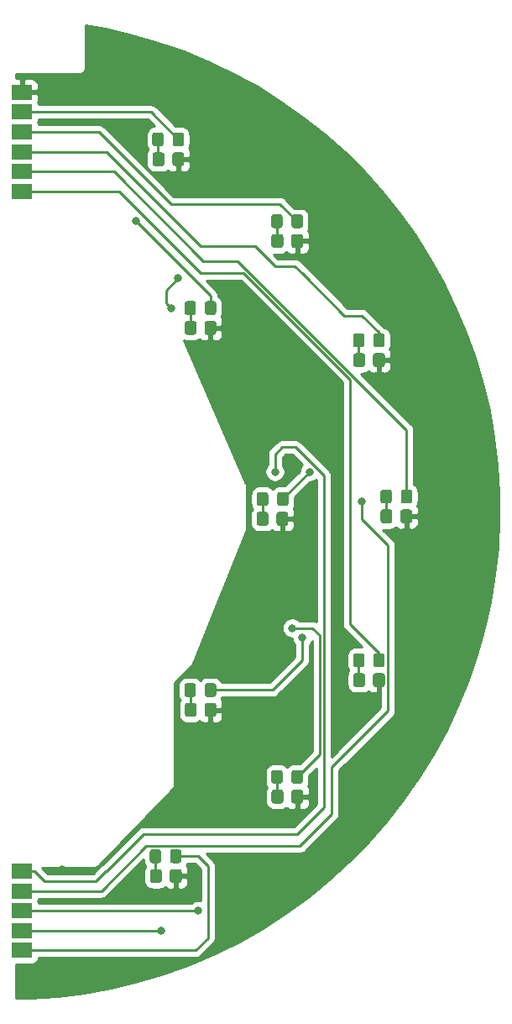
<source format=gbr>
G04 #@! TF.GenerationSoftware,KiCad,Pcbnew,5.1.10-88a1d61d58~88~ubuntu20.04.1*
G04 #@! TF.CreationDate,2021-06-07T13:22:34+01:00*
G04 #@! TF.ProjectId,wings,77696e67-732e-46b6-9963-61645f706362,rev?*
G04 #@! TF.SameCoordinates,Original*
G04 #@! TF.FileFunction,Copper,L2,Bot*
G04 #@! TF.FilePolarity,Positive*
%FSLAX46Y46*%
G04 Gerber Fmt 4.6, Leading zero omitted, Abs format (unit mm)*
G04 Created by KiCad (PCBNEW 5.1.10-88a1d61d58~88~ubuntu20.04.1) date 2021-06-07 13:22:34*
%MOMM*%
%LPD*%
G01*
G04 APERTURE LIST*
G04 #@! TA.AperFunction,SMDPad,CuDef*
%ADD10R,2.000000X1.500000*%
G04 #@! TD*
G04 #@! TA.AperFunction,ViaPad*
%ADD11C,0.800000*%
G04 #@! TD*
G04 #@! TA.AperFunction,Conductor*
%ADD12C,0.250000*%
G04 #@! TD*
G04 #@! TA.AperFunction,Conductor*
%ADD13C,0.254000*%
G04 #@! TD*
G04 #@! TA.AperFunction,Conductor*
%ADD14C,0.100000*%
G04 #@! TD*
G04 APERTURE END LIST*
G04 #@! TO.P,R19,2*
G04 #@! TO.N,Net-(D19-Pad2)*
G04 #@! TA.AperFunction,SMDPad,CuDef*
G36*
G01*
X167350000Y-112299999D02*
X167350000Y-113200001D01*
G75*
G02*
X167100001Y-113450000I-249999J0D01*
G01*
X166399999Y-113450000D01*
G75*
G02*
X166150000Y-113200001I0J249999D01*
G01*
X166150000Y-112299999D01*
G75*
G02*
X166399999Y-112050000I249999J0D01*
G01*
X167100001Y-112050000D01*
G75*
G02*
X167350000Y-112299999I0J-249999D01*
G01*
G37*
G04 #@! TD.AperFunction*
G04 #@! TO.P,R19,1*
G04 #@! TO.N,+5V*
G04 #@! TA.AperFunction,SMDPad,CuDef*
G36*
G01*
X169350000Y-112299999D02*
X169350000Y-113200001D01*
G75*
G02*
X169100001Y-113450000I-249999J0D01*
G01*
X168399999Y-113450000D01*
G75*
G02*
X168150000Y-113200001I0J249999D01*
G01*
X168150000Y-112299999D01*
G75*
G02*
X168399999Y-112050000I249999J0D01*
G01*
X169100001Y-112050000D01*
G75*
G02*
X169350000Y-112299999I0J-249999D01*
G01*
G37*
G04 #@! TD.AperFunction*
G04 #@! TD*
G04 #@! TO.P,R13,2*
G04 #@! TO.N,Net-(D13-Pad2)*
G04 #@! TA.AperFunction,SMDPad,CuDef*
G36*
G01*
X184350000Y-77049999D02*
X184350000Y-77950001D01*
G75*
G02*
X184100001Y-78200000I-249999J0D01*
G01*
X183399999Y-78200000D01*
G75*
G02*
X183150000Y-77950001I0J249999D01*
G01*
X183150000Y-77049999D01*
G75*
G02*
X183399999Y-76800000I249999J0D01*
G01*
X184100001Y-76800000D01*
G75*
G02*
X184350000Y-77049999I0J-249999D01*
G01*
G37*
G04 #@! TD.AperFunction*
G04 #@! TO.P,R13,1*
G04 #@! TO.N,+5V*
G04 #@! TA.AperFunction,SMDPad,CuDef*
G36*
G01*
X186350000Y-77049999D02*
X186350000Y-77950001D01*
G75*
G02*
X186100001Y-78200000I-249999J0D01*
G01*
X185399999Y-78200000D01*
G75*
G02*
X185150000Y-77950001I0J249999D01*
G01*
X185150000Y-77049999D01*
G75*
G02*
X185399999Y-76800000I249999J0D01*
G01*
X186100001Y-76800000D01*
G75*
G02*
X186350000Y-77049999I0J-249999D01*
G01*
G37*
G04 #@! TD.AperFunction*
G04 #@! TD*
G04 #@! TO.P,R12,2*
G04 #@! TO.N,Net-(D12-Pad2)*
G04 #@! TA.AperFunction,SMDPad,CuDef*
G36*
G01*
X187100000Y-92799999D02*
X187100000Y-93700001D01*
G75*
G02*
X186850001Y-93950000I-249999J0D01*
G01*
X186149999Y-93950000D01*
G75*
G02*
X185900000Y-93700001I0J249999D01*
G01*
X185900000Y-92799999D01*
G75*
G02*
X186149999Y-92550000I249999J0D01*
G01*
X186850001Y-92550000D01*
G75*
G02*
X187100000Y-92799999I0J-249999D01*
G01*
G37*
G04 #@! TD.AperFunction*
G04 #@! TO.P,R12,1*
G04 #@! TO.N,+5V*
G04 #@! TA.AperFunction,SMDPad,CuDef*
G36*
G01*
X189100000Y-92799999D02*
X189100000Y-93700001D01*
G75*
G02*
X188850001Y-93950000I-249999J0D01*
G01*
X188149999Y-93950000D01*
G75*
G02*
X187900000Y-93700001I0J249999D01*
G01*
X187900000Y-92799999D01*
G75*
G02*
X188149999Y-92550000I249999J0D01*
G01*
X188850001Y-92550000D01*
G75*
G02*
X189100000Y-92799999I0J-249999D01*
G01*
G37*
G04 #@! TD.AperFunction*
G04 #@! TD*
G04 #@! TO.P,R11,2*
G04 #@! TO.N,Net-(D11-Pad2)*
G04 #@! TA.AperFunction,SMDPad,CuDef*
G36*
G01*
X184350000Y-109299999D02*
X184350000Y-110200001D01*
G75*
G02*
X184100001Y-110450000I-249999J0D01*
G01*
X183399999Y-110450000D01*
G75*
G02*
X183150000Y-110200001I0J249999D01*
G01*
X183150000Y-109299999D01*
G75*
G02*
X183399999Y-109050000I249999J0D01*
G01*
X184100001Y-109050000D01*
G75*
G02*
X184350000Y-109299999I0J-249999D01*
G01*
G37*
G04 #@! TD.AperFunction*
G04 #@! TO.P,R11,1*
G04 #@! TO.N,+5V*
G04 #@! TA.AperFunction,SMDPad,CuDef*
G36*
G01*
X186350000Y-109299999D02*
X186350000Y-110200001D01*
G75*
G02*
X186100001Y-110450000I-249999J0D01*
G01*
X185399999Y-110450000D01*
G75*
G02*
X185150000Y-110200001I0J249999D01*
G01*
X185150000Y-109299999D01*
G75*
G02*
X185399999Y-109050000I249999J0D01*
G01*
X186100001Y-109050000D01*
G75*
G02*
X186350000Y-109299999I0J-249999D01*
G01*
G37*
G04 #@! TD.AperFunction*
G04 #@! TD*
G04 #@! TO.P,R10,2*
G04 #@! TO.N,Net-(D10-Pad2)*
G04 #@! TA.AperFunction,SMDPad,CuDef*
G36*
G01*
X176100000Y-121049999D02*
X176100000Y-121950001D01*
G75*
G02*
X175850001Y-122200000I-249999J0D01*
G01*
X175149999Y-122200000D01*
G75*
G02*
X174900000Y-121950001I0J249999D01*
G01*
X174900000Y-121049999D01*
G75*
G02*
X175149999Y-120800000I249999J0D01*
G01*
X175850001Y-120800000D01*
G75*
G02*
X176100000Y-121049999I0J-249999D01*
G01*
G37*
G04 #@! TD.AperFunction*
G04 #@! TO.P,R10,1*
G04 #@! TO.N,+5V*
G04 #@! TA.AperFunction,SMDPad,CuDef*
G36*
G01*
X178100000Y-121049999D02*
X178100000Y-121950001D01*
G75*
G02*
X177850001Y-122200000I-249999J0D01*
G01*
X177149999Y-122200000D01*
G75*
G02*
X176900000Y-121950001I0J249999D01*
G01*
X176900000Y-121049999D01*
G75*
G02*
X177149999Y-120800000I249999J0D01*
G01*
X177850001Y-120800000D01*
G75*
G02*
X178100000Y-121049999I0J-249999D01*
G01*
G37*
G04 #@! TD.AperFunction*
G04 #@! TD*
G04 #@! TO.P,R21,2*
G04 #@! TO.N,Net-(D21-Pad2)*
G04 #@! TA.AperFunction,SMDPad,CuDef*
G36*
G01*
X167350000Y-73799999D02*
X167350000Y-74700001D01*
G75*
G02*
X167100001Y-74950000I-249999J0D01*
G01*
X166399999Y-74950000D01*
G75*
G02*
X166150000Y-74700001I0J249999D01*
G01*
X166150000Y-73799999D01*
G75*
G02*
X166399999Y-73550000I249999J0D01*
G01*
X167100001Y-73550000D01*
G75*
G02*
X167350000Y-73799999I0J-249999D01*
G01*
G37*
G04 #@! TD.AperFunction*
G04 #@! TO.P,R21,1*
G04 #@! TO.N,+5V*
G04 #@! TA.AperFunction,SMDPad,CuDef*
G36*
G01*
X169350000Y-73799999D02*
X169350000Y-74700001D01*
G75*
G02*
X169100001Y-74950000I-249999J0D01*
G01*
X168399999Y-74950000D01*
G75*
G02*
X168150000Y-74700001I0J249999D01*
G01*
X168150000Y-73799999D01*
G75*
G02*
X168399999Y-73550000I249999J0D01*
G01*
X169100001Y-73550000D01*
G75*
G02*
X169350000Y-73799999I0J-249999D01*
G01*
G37*
G04 #@! TD.AperFunction*
G04 #@! TD*
G04 #@! TO.P,R15,2*
G04 #@! TO.N,Net-(D15-Pad2)*
G04 #@! TA.AperFunction,SMDPad,CuDef*
G36*
G01*
X164100000Y-56799999D02*
X164100000Y-57700001D01*
G75*
G02*
X163850001Y-57950000I-249999J0D01*
G01*
X163149999Y-57950000D01*
G75*
G02*
X162900000Y-57700001I0J249999D01*
G01*
X162900000Y-56799999D01*
G75*
G02*
X163149999Y-56550000I249999J0D01*
G01*
X163850001Y-56550000D01*
G75*
G02*
X164100000Y-56799999I0J-249999D01*
G01*
G37*
G04 #@! TD.AperFunction*
G04 #@! TO.P,R15,1*
G04 #@! TO.N,+5V*
G04 #@! TA.AperFunction,SMDPad,CuDef*
G36*
G01*
X166100000Y-56799999D02*
X166100000Y-57700001D01*
G75*
G02*
X165850001Y-57950000I-249999J0D01*
G01*
X165149999Y-57950000D01*
G75*
G02*
X164900000Y-57700001I0J249999D01*
G01*
X164900000Y-56799999D01*
G75*
G02*
X165149999Y-56550000I249999J0D01*
G01*
X165850001Y-56550000D01*
G75*
G02*
X166100000Y-56799999I0J-249999D01*
G01*
G37*
G04 #@! TD.AperFunction*
G04 #@! TD*
G04 #@! TO.P,R9,2*
G04 #@! TO.N,Net-(D9-Pad2)*
G04 #@! TA.AperFunction,SMDPad,CuDef*
G36*
G01*
X163850000Y-129049999D02*
X163850000Y-129950001D01*
G75*
G02*
X163600001Y-130200000I-249999J0D01*
G01*
X162899999Y-130200000D01*
G75*
G02*
X162650000Y-129950001I0J249999D01*
G01*
X162650000Y-129049999D01*
G75*
G02*
X162899999Y-128800000I249999J0D01*
G01*
X163600001Y-128800000D01*
G75*
G02*
X163850000Y-129049999I0J-249999D01*
G01*
G37*
G04 #@! TD.AperFunction*
G04 #@! TO.P,R9,1*
G04 #@! TO.N,+5V*
G04 #@! TA.AperFunction,SMDPad,CuDef*
G36*
G01*
X165850000Y-129049999D02*
X165850000Y-129950001D01*
G75*
G02*
X165600001Y-130200000I-249999J0D01*
G01*
X164899999Y-130200000D01*
G75*
G02*
X164650000Y-129950001I0J249999D01*
G01*
X164650000Y-129049999D01*
G75*
G02*
X164899999Y-128800000I249999J0D01*
G01*
X165600001Y-128800000D01*
G75*
G02*
X165850000Y-129049999I0J-249999D01*
G01*
G37*
G04 #@! TD.AperFunction*
G04 #@! TD*
G04 #@! TO.P,R20,2*
G04 #@! TO.N,Net-(D20-Pad2)*
G04 #@! TA.AperFunction,SMDPad,CuDef*
G36*
G01*
X174600000Y-93049999D02*
X174600000Y-93950001D01*
G75*
G02*
X174350001Y-94200000I-249999J0D01*
G01*
X173649999Y-94200000D01*
G75*
G02*
X173400000Y-93950001I0J249999D01*
G01*
X173400000Y-93049999D01*
G75*
G02*
X173649999Y-92800000I249999J0D01*
G01*
X174350001Y-92800000D01*
G75*
G02*
X174600000Y-93049999I0J-249999D01*
G01*
G37*
G04 #@! TD.AperFunction*
G04 #@! TO.P,R20,1*
G04 #@! TO.N,+5V*
G04 #@! TA.AperFunction,SMDPad,CuDef*
G36*
G01*
X176600000Y-93049999D02*
X176600000Y-93950001D01*
G75*
G02*
X176350001Y-94200000I-249999J0D01*
G01*
X175649999Y-94200000D01*
G75*
G02*
X175400000Y-93950001I0J249999D01*
G01*
X175400000Y-93049999D01*
G75*
G02*
X175649999Y-92800000I249999J0D01*
G01*
X176350001Y-92800000D01*
G75*
G02*
X176600000Y-93049999I0J-249999D01*
G01*
G37*
G04 #@! TD.AperFunction*
G04 #@! TD*
G04 #@! TO.P,R14,2*
G04 #@! TO.N,Net-(D14-Pad2)*
G04 #@! TA.AperFunction,SMDPad,CuDef*
G36*
G01*
X176100000Y-65049999D02*
X176100000Y-65950001D01*
G75*
G02*
X175850001Y-66200000I-249999J0D01*
G01*
X175149999Y-66200000D01*
G75*
G02*
X174900000Y-65950001I0J249999D01*
G01*
X174900000Y-65049999D01*
G75*
G02*
X175149999Y-64800000I249999J0D01*
G01*
X175850001Y-64800000D01*
G75*
G02*
X176100000Y-65049999I0J-249999D01*
G01*
G37*
G04 #@! TD.AperFunction*
G04 #@! TO.P,R14,1*
G04 #@! TO.N,+5V*
G04 #@! TA.AperFunction,SMDPad,CuDef*
G36*
G01*
X178100000Y-65049999D02*
X178100000Y-65950001D01*
G75*
G02*
X177850001Y-66200000I-249999J0D01*
G01*
X177149999Y-66200000D01*
G75*
G02*
X176900000Y-65950001I0J249999D01*
G01*
X176900000Y-65049999D01*
G75*
G02*
X177149999Y-64800000I249999J0D01*
G01*
X177850001Y-64800000D01*
G75*
G02*
X178100000Y-65049999I0J-249999D01*
G01*
G37*
G04 #@! TD.AperFunction*
G04 #@! TD*
D10*
G04 #@! TO.P,J4,5*
G04 #@! TO.N,LED9*
X149750000Y-137000000D03*
G04 #@! TO.P,J4,4*
G04 #@! TO.N,LED3*
X149750000Y-135000000D03*
G04 #@! TO.P,J4,3*
G04 #@! TO.N,LED16*
X149750000Y-133000000D03*
G04 #@! TO.P,J4,2*
G04 #@! TO.N,LED4*
X149750000Y-131000000D03*
G04 #@! TO.P,J4,1*
G04 #@! TO.N,LED17*
X149750000Y-129000000D03*
G04 #@! TD*
G04 #@! TO.P,J1,6*
G04 #@! TO.N,LED11*
X149750000Y-60500000D03*
G04 #@! TO.P,J1,5*
G04 #@! TO.N,LED12*
X149750000Y-58500000D03*
G04 #@! TO.P,J1,4*
G04 #@! TO.N,LED13*
X149750000Y-56500000D03*
G04 #@! TO.P,J1,3*
G04 #@! TO.N,LED14*
X149750000Y-54500000D03*
G04 #@! TO.P,J1,2*
G04 #@! TO.N,LED15*
X149750000Y-52500000D03*
G04 #@! TO.P,J1,1*
G04 #@! TO.N,+5V*
X149750000Y-50500000D03*
G04 #@! TD*
G04 #@! TO.P,D19,2*
G04 #@! TO.N,Net-(D19-Pad2)*
G04 #@! TA.AperFunction,SMDPad,CuDef*
G36*
G01*
X167275000Y-110299999D02*
X167275000Y-111200001D01*
G75*
G02*
X167025001Y-111450000I-249999J0D01*
G01*
X166374999Y-111450000D01*
G75*
G02*
X166125000Y-111200001I0J249999D01*
G01*
X166125000Y-110299999D01*
G75*
G02*
X166374999Y-110050000I249999J0D01*
G01*
X167025001Y-110050000D01*
G75*
G02*
X167275000Y-110299999I0J-249999D01*
G01*
G37*
G04 #@! TD.AperFunction*
G04 #@! TO.P,D19,1*
G04 #@! TO.N,LED19*
G04 #@! TA.AperFunction,SMDPad,CuDef*
G36*
G01*
X169325000Y-110299999D02*
X169325000Y-111200001D01*
G75*
G02*
X169075001Y-111450000I-249999J0D01*
G01*
X168424999Y-111450000D01*
G75*
G02*
X168175000Y-111200001I0J249999D01*
G01*
X168175000Y-110299999D01*
G75*
G02*
X168424999Y-110050000I249999J0D01*
G01*
X169075001Y-110050000D01*
G75*
G02*
X169325000Y-110299999I0J-249999D01*
G01*
G37*
G04 #@! TD.AperFunction*
G04 #@! TD*
G04 #@! TO.P,D13,2*
G04 #@! TO.N,Net-(D13-Pad2)*
G04 #@! TA.AperFunction,SMDPad,CuDef*
G36*
G01*
X184275000Y-75049999D02*
X184275000Y-75950001D01*
G75*
G02*
X184025001Y-76200000I-249999J0D01*
G01*
X183374999Y-76200000D01*
G75*
G02*
X183125000Y-75950001I0J249999D01*
G01*
X183125000Y-75049999D01*
G75*
G02*
X183374999Y-74800000I249999J0D01*
G01*
X184025001Y-74800000D01*
G75*
G02*
X184275000Y-75049999I0J-249999D01*
G01*
G37*
G04 #@! TD.AperFunction*
G04 #@! TO.P,D13,1*
G04 #@! TO.N,LED13*
G04 #@! TA.AperFunction,SMDPad,CuDef*
G36*
G01*
X186325000Y-75049999D02*
X186325000Y-75950001D01*
G75*
G02*
X186075001Y-76200000I-249999J0D01*
G01*
X185424999Y-76200000D01*
G75*
G02*
X185175000Y-75950001I0J249999D01*
G01*
X185175000Y-75049999D01*
G75*
G02*
X185424999Y-74800000I249999J0D01*
G01*
X186075001Y-74800000D01*
G75*
G02*
X186325000Y-75049999I0J-249999D01*
G01*
G37*
G04 #@! TD.AperFunction*
G04 #@! TD*
G04 #@! TO.P,D12,2*
G04 #@! TO.N,Net-(D12-Pad2)*
G04 #@! TA.AperFunction,SMDPad,CuDef*
G36*
G01*
X187050000Y-90799999D02*
X187050000Y-91700001D01*
G75*
G02*
X186800001Y-91950000I-249999J0D01*
G01*
X186149999Y-91950000D01*
G75*
G02*
X185900000Y-91700001I0J249999D01*
G01*
X185900000Y-90799999D01*
G75*
G02*
X186149999Y-90550000I249999J0D01*
G01*
X186800001Y-90550000D01*
G75*
G02*
X187050000Y-90799999I0J-249999D01*
G01*
G37*
G04 #@! TD.AperFunction*
G04 #@! TO.P,D12,1*
G04 #@! TO.N,LED12*
G04 #@! TA.AperFunction,SMDPad,CuDef*
G36*
G01*
X189100000Y-90799999D02*
X189100000Y-91700001D01*
G75*
G02*
X188850001Y-91950000I-249999J0D01*
G01*
X188199999Y-91950000D01*
G75*
G02*
X187950000Y-91700001I0J249999D01*
G01*
X187950000Y-90799999D01*
G75*
G02*
X188199999Y-90550000I249999J0D01*
G01*
X188850001Y-90550000D01*
G75*
G02*
X189100000Y-90799999I0J-249999D01*
G01*
G37*
G04 #@! TD.AperFunction*
G04 #@! TD*
G04 #@! TO.P,D11,2*
G04 #@! TO.N,Net-(D11-Pad2)*
G04 #@! TA.AperFunction,SMDPad,CuDef*
G36*
G01*
X184275000Y-107299999D02*
X184275000Y-108200001D01*
G75*
G02*
X184025001Y-108450000I-249999J0D01*
G01*
X183374999Y-108450000D01*
G75*
G02*
X183125000Y-108200001I0J249999D01*
G01*
X183125000Y-107299999D01*
G75*
G02*
X183374999Y-107050000I249999J0D01*
G01*
X184025001Y-107050000D01*
G75*
G02*
X184275000Y-107299999I0J-249999D01*
G01*
G37*
G04 #@! TD.AperFunction*
G04 #@! TO.P,D11,1*
G04 #@! TO.N,LED11*
G04 #@! TA.AperFunction,SMDPad,CuDef*
G36*
G01*
X186325000Y-107299999D02*
X186325000Y-108200001D01*
G75*
G02*
X186075001Y-108450000I-249999J0D01*
G01*
X185424999Y-108450000D01*
G75*
G02*
X185175000Y-108200001I0J249999D01*
G01*
X185175000Y-107299999D01*
G75*
G02*
X185424999Y-107050000I249999J0D01*
G01*
X186075001Y-107050000D01*
G75*
G02*
X186325000Y-107299999I0J-249999D01*
G01*
G37*
G04 #@! TD.AperFunction*
G04 #@! TD*
G04 #@! TO.P,D10,2*
G04 #@! TO.N,Net-(D10-Pad2)*
G04 #@! TA.AperFunction,SMDPad,CuDef*
G36*
G01*
X176025000Y-119049999D02*
X176025000Y-119950001D01*
G75*
G02*
X175775001Y-120200000I-249999J0D01*
G01*
X175124999Y-120200000D01*
G75*
G02*
X174875000Y-119950001I0J249999D01*
G01*
X174875000Y-119049999D01*
G75*
G02*
X175124999Y-118800000I249999J0D01*
G01*
X175775001Y-118800000D01*
G75*
G02*
X176025000Y-119049999I0J-249999D01*
G01*
G37*
G04 #@! TD.AperFunction*
G04 #@! TO.P,D10,1*
G04 #@! TO.N,LED10*
G04 #@! TA.AperFunction,SMDPad,CuDef*
G36*
G01*
X178075000Y-119049999D02*
X178075000Y-119950001D01*
G75*
G02*
X177825001Y-120200000I-249999J0D01*
G01*
X177174999Y-120200000D01*
G75*
G02*
X176925000Y-119950001I0J249999D01*
G01*
X176925000Y-119049999D01*
G75*
G02*
X177174999Y-118800000I249999J0D01*
G01*
X177825001Y-118800000D01*
G75*
G02*
X178075000Y-119049999I0J-249999D01*
G01*
G37*
G04 #@! TD.AperFunction*
G04 #@! TD*
G04 #@! TO.P,D21,2*
G04 #@! TO.N,Net-(D21-Pad2)*
G04 #@! TA.AperFunction,SMDPad,CuDef*
G36*
G01*
X167275000Y-71799999D02*
X167275000Y-72700001D01*
G75*
G02*
X167025001Y-72950000I-249999J0D01*
G01*
X166374999Y-72950000D01*
G75*
G02*
X166125000Y-72700001I0J249999D01*
G01*
X166125000Y-71799999D01*
G75*
G02*
X166374999Y-71550000I249999J0D01*
G01*
X167025001Y-71550000D01*
G75*
G02*
X167275000Y-71799999I0J-249999D01*
G01*
G37*
G04 #@! TD.AperFunction*
G04 #@! TO.P,D21,1*
G04 #@! TO.N,LED21*
G04 #@! TA.AperFunction,SMDPad,CuDef*
G36*
G01*
X169325000Y-71799999D02*
X169325000Y-72700001D01*
G75*
G02*
X169075001Y-72950000I-249999J0D01*
G01*
X168424999Y-72950000D01*
G75*
G02*
X168175000Y-72700001I0J249999D01*
G01*
X168175000Y-71799999D01*
G75*
G02*
X168424999Y-71550000I249999J0D01*
G01*
X169075001Y-71550000D01*
G75*
G02*
X169325000Y-71799999I0J-249999D01*
G01*
G37*
G04 #@! TD.AperFunction*
G04 #@! TD*
G04 #@! TO.P,D15,2*
G04 #@! TO.N,Net-(D15-Pad2)*
G04 #@! TA.AperFunction,SMDPad,CuDef*
G36*
G01*
X164025000Y-54799999D02*
X164025000Y-55700001D01*
G75*
G02*
X163775001Y-55950000I-249999J0D01*
G01*
X163124999Y-55950000D01*
G75*
G02*
X162875000Y-55700001I0J249999D01*
G01*
X162875000Y-54799999D01*
G75*
G02*
X163124999Y-54550000I249999J0D01*
G01*
X163775001Y-54550000D01*
G75*
G02*
X164025000Y-54799999I0J-249999D01*
G01*
G37*
G04 #@! TD.AperFunction*
G04 #@! TO.P,D15,1*
G04 #@! TO.N,LED15*
G04 #@! TA.AperFunction,SMDPad,CuDef*
G36*
G01*
X166075000Y-54799999D02*
X166075000Y-55700001D01*
G75*
G02*
X165825001Y-55950000I-249999J0D01*
G01*
X165174999Y-55950000D01*
G75*
G02*
X164925000Y-55700001I0J249999D01*
G01*
X164925000Y-54799999D01*
G75*
G02*
X165174999Y-54550000I249999J0D01*
G01*
X165825001Y-54550000D01*
G75*
G02*
X166075000Y-54799999I0J-249999D01*
G01*
G37*
G04 #@! TD.AperFunction*
G04 #@! TD*
G04 #@! TO.P,D9,2*
G04 #@! TO.N,Net-(D9-Pad2)*
G04 #@! TA.AperFunction,SMDPad,CuDef*
G36*
G01*
X163775000Y-127049999D02*
X163775000Y-127950001D01*
G75*
G02*
X163525001Y-128200000I-249999J0D01*
G01*
X162874999Y-128200000D01*
G75*
G02*
X162625000Y-127950001I0J249999D01*
G01*
X162625000Y-127049999D01*
G75*
G02*
X162874999Y-126800000I249999J0D01*
G01*
X163525001Y-126800000D01*
G75*
G02*
X163775000Y-127049999I0J-249999D01*
G01*
G37*
G04 #@! TD.AperFunction*
G04 #@! TO.P,D9,1*
G04 #@! TO.N,LED9*
G04 #@! TA.AperFunction,SMDPad,CuDef*
G36*
G01*
X165825000Y-127049999D02*
X165825000Y-127950001D01*
G75*
G02*
X165575001Y-128200000I-249999J0D01*
G01*
X164924999Y-128200000D01*
G75*
G02*
X164675000Y-127950001I0J249999D01*
G01*
X164675000Y-127049999D01*
G75*
G02*
X164924999Y-126800000I249999J0D01*
G01*
X165575001Y-126800000D01*
G75*
G02*
X165825000Y-127049999I0J-249999D01*
G01*
G37*
G04 #@! TD.AperFunction*
G04 #@! TD*
G04 #@! TO.P,D20,2*
G04 #@! TO.N,Net-(D20-Pad2)*
G04 #@! TA.AperFunction,SMDPad,CuDef*
G36*
G01*
X174575000Y-91049999D02*
X174575000Y-91950001D01*
G75*
G02*
X174325001Y-92200000I-249999J0D01*
G01*
X173674999Y-92200000D01*
G75*
G02*
X173425000Y-91950001I0J249999D01*
G01*
X173425000Y-91049999D01*
G75*
G02*
X173674999Y-90800000I249999J0D01*
G01*
X174325001Y-90800000D01*
G75*
G02*
X174575000Y-91049999I0J-249999D01*
G01*
G37*
G04 #@! TD.AperFunction*
G04 #@! TO.P,D20,1*
G04 #@! TO.N,LED20*
G04 #@! TA.AperFunction,SMDPad,CuDef*
G36*
G01*
X176625000Y-91049999D02*
X176625000Y-91950001D01*
G75*
G02*
X176375001Y-92200000I-249999J0D01*
G01*
X175724999Y-92200000D01*
G75*
G02*
X175475000Y-91950001I0J249999D01*
G01*
X175475000Y-91049999D01*
G75*
G02*
X175724999Y-90800000I249999J0D01*
G01*
X176375001Y-90800000D01*
G75*
G02*
X176625000Y-91049999I0J-249999D01*
G01*
G37*
G04 #@! TD.AperFunction*
G04 #@! TD*
G04 #@! TO.P,D14,2*
G04 #@! TO.N,Net-(D14-Pad2)*
G04 #@! TA.AperFunction,SMDPad,CuDef*
G36*
G01*
X176025000Y-63049999D02*
X176025000Y-63950001D01*
G75*
G02*
X175775001Y-64200000I-249999J0D01*
G01*
X175124999Y-64200000D01*
G75*
G02*
X174875000Y-63950001I0J249999D01*
G01*
X174875000Y-63049999D01*
G75*
G02*
X175124999Y-62800000I249999J0D01*
G01*
X175775001Y-62800000D01*
G75*
G02*
X176025000Y-63049999I0J-249999D01*
G01*
G37*
G04 #@! TD.AperFunction*
G04 #@! TO.P,D14,1*
G04 #@! TO.N,LED14*
G04 #@! TA.AperFunction,SMDPad,CuDef*
G36*
G01*
X178075000Y-63049999D02*
X178075000Y-63950001D01*
G75*
G02*
X177825001Y-64200000I-249999J0D01*
G01*
X177174999Y-64200000D01*
G75*
G02*
X176925000Y-63950001I0J249999D01*
G01*
X176925000Y-63049999D01*
G75*
G02*
X177174999Y-62800000I249999J0D01*
G01*
X177825001Y-62800000D01*
G75*
G02*
X178075000Y-63049999I0J-249999D01*
G01*
G37*
G04 #@! TD.AperFunction*
G04 #@! TD*
D11*
G04 #@! TO.N,LED20*
X178750000Y-88750000D03*
G04 #@! TO.N,LED21*
X161250000Y-63500000D03*
G04 #@! TO.N,LED10*
X177000000Y-104500000D03*
G04 #@! TO.N,LED16*
X167500000Y-133000000D03*
X165500000Y-69250000D03*
X164750000Y-72250000D03*
G04 #@! TO.N,LED3*
X163750000Y-135000000D03*
G04 #@! TO.N,LED17*
X175250000Y-88750000D03*
G04 #@! TO.N,LED4*
X184000000Y-91750000D03*
G04 #@! TO.N,LED19*
X178000000Y-105500000D03*
G04 #@! TO.N,+5V*
X168500000Y-116750000D03*
X190000000Y-77750000D03*
X183200000Y-112600000D03*
X153800000Y-128800000D03*
X173400000Y-115800000D03*
X177600000Y-131400000D03*
X169600000Y-78200000D03*
X166600000Y-59600000D03*
X176400000Y-96400000D03*
X162400000Y-131800000D03*
X188600000Y-82400000D03*
X181200000Y-81800000D03*
G04 #@! TD*
D12*
G04 #@! TO.N,LED14*
X150250000Y-54500000D02*
X157500000Y-54500000D01*
X157500000Y-54500000D02*
X164750000Y-61750000D01*
X175750000Y-61750000D02*
X177500000Y-63500000D01*
X164750000Y-61750000D02*
X175750000Y-61750000D01*
G04 #@! TO.N,LED20*
X176050000Y-91450000D02*
X176050000Y-91500000D01*
X178750000Y-88750000D02*
X176050000Y-91450000D01*
G04 #@! TO.N,LED9*
X167500000Y-127500000D02*
X165250000Y-127500000D01*
X168500000Y-128500000D02*
X167500000Y-127500000D01*
X168500000Y-135750000D02*
X168500000Y-128500000D01*
X167250000Y-137000000D02*
X168500000Y-135750000D01*
X150250000Y-137000000D02*
X167250000Y-137000000D01*
G04 #@! TO.N,LED15*
X162750000Y-52500000D02*
X165500000Y-55250000D01*
X150250000Y-52500000D02*
X162750000Y-52500000D01*
G04 #@! TO.N,LED21*
X168750000Y-71000000D02*
X168750000Y-72250000D01*
X161250000Y-63500000D02*
X168750000Y-71000000D01*
G04 #@! TO.N,Net-(D9-Pad2)*
X163200000Y-129450000D02*
X163250000Y-129500000D01*
X163200000Y-127500000D02*
X163200000Y-129450000D01*
G04 #@! TO.N,LED10*
X177000000Y-104500000D02*
X179000000Y-104500000D01*
X179000000Y-104500000D02*
X179750000Y-105250000D01*
X179750000Y-117250000D02*
X177500000Y-119500000D01*
X179750000Y-105250000D02*
X179750000Y-117250000D01*
G04 #@! TO.N,Net-(D10-Pad2)*
X175450000Y-121450000D02*
X175500000Y-121500000D01*
X175450000Y-119500000D02*
X175450000Y-121450000D01*
G04 #@! TO.N,LED16*
X149750000Y-133000000D02*
X167500000Y-133000000D01*
X164250000Y-71750000D02*
X164750000Y-72250000D01*
X164250000Y-70500000D02*
X164250000Y-71750000D01*
X165500000Y-69250000D02*
X164250000Y-70500000D01*
G04 #@! TO.N,Net-(D11-Pad2)*
X183700000Y-109700000D02*
X183750000Y-109750000D01*
X183700000Y-107750000D02*
X183700000Y-109700000D01*
G04 #@! TO.N,LED3*
X150250000Y-135000000D02*
X151500000Y-135000000D01*
X151500000Y-135000000D02*
X163750000Y-135000000D01*
G04 #@! TO.N,Net-(D12-Pad2)*
X186475000Y-93225000D02*
X186500000Y-93250000D01*
X186475000Y-91250000D02*
X186475000Y-93225000D01*
G04 #@! TO.N,LED11*
X150250000Y-60500000D02*
X159500000Y-60500000D01*
X167750000Y-68750000D02*
X172113590Y-68750000D01*
X182800000Y-104100000D02*
X185750000Y-107050000D01*
X185750000Y-107050000D02*
X185750000Y-107750000D01*
X159500000Y-60500000D02*
X167750000Y-68750000D01*
X172113590Y-68750000D02*
X182800000Y-79436410D01*
X182800000Y-79436410D02*
X182800000Y-104100000D01*
G04 #@! TO.N,Net-(D13-Pad2)*
X183700000Y-77450000D02*
X183750000Y-77500000D01*
X183700000Y-75500000D02*
X183700000Y-77450000D01*
G04 #@! TO.N,LED17*
X158250000Y-129000000D02*
X162000000Y-125250000D01*
X162000000Y-125250000D02*
X177500000Y-125250000D01*
X180200009Y-89127007D02*
X177323002Y-86250000D01*
X180200009Y-122549991D02*
X180200009Y-89127007D01*
X177500000Y-125250000D02*
X180200009Y-122549991D01*
X177323002Y-86250000D02*
X176000000Y-86250000D01*
X175250000Y-87000000D02*
X175250000Y-88750000D01*
X176000000Y-86250000D02*
X175250000Y-87000000D01*
X158250000Y-129000000D02*
X158200000Y-129000000D01*
X158200000Y-129000000D02*
X157200000Y-130000000D01*
X152000000Y-130000000D02*
X151000000Y-129000000D01*
X151000000Y-129000000D02*
X149750000Y-129000000D01*
X157200000Y-130000000D02*
X152000000Y-130000000D01*
G04 #@! TO.N,Net-(D14-Pad2)*
X175450000Y-65450000D02*
X175500000Y-65500000D01*
X175450000Y-63500000D02*
X175450000Y-65450000D01*
G04 #@! TO.N,LED4*
X149750000Y-131000000D02*
X157750000Y-131000000D01*
X162275010Y-126474990D02*
X177775010Y-126474990D01*
X157750000Y-131000000D02*
X162275010Y-126474990D01*
X177775010Y-126474990D02*
X181000000Y-123250000D01*
X181000000Y-123250000D02*
X181000000Y-118500000D01*
X186675010Y-112824990D02*
X186675010Y-96175010D01*
X181000000Y-118500000D02*
X186675010Y-112824990D01*
X186675010Y-96175010D02*
X184250000Y-93750000D01*
X184000000Y-93500000D02*
X184000000Y-91750000D01*
X184250000Y-93750000D02*
X184000000Y-93500000D01*
G04 #@! TO.N,Net-(D15-Pad2)*
X163450000Y-57200000D02*
X163500000Y-57250000D01*
X163450000Y-55250000D02*
X163450000Y-57200000D01*
G04 #@! TO.N,LED12*
X168000000Y-67500000D02*
X171500000Y-67500000D01*
X188525000Y-84525000D02*
X188525000Y-90550000D01*
X159000000Y-58500000D02*
X168000000Y-67500000D01*
X150250000Y-58500000D02*
X159000000Y-58500000D01*
X171500000Y-67500000D02*
X188525000Y-84525000D01*
X188525000Y-90550000D02*
X188525000Y-91250000D01*
G04 #@! TO.N,LED13*
X182250000Y-73000000D02*
X184000000Y-73000000D01*
X185750000Y-74750000D02*
X185750000Y-75500000D01*
X184000000Y-73000000D02*
X185750000Y-74750000D01*
X177250000Y-68000000D02*
X178250000Y-69000000D01*
X175250000Y-68000000D02*
X177250000Y-68000000D01*
X173250000Y-66000000D02*
X175250000Y-68000000D01*
X150250000Y-56500000D02*
X158250000Y-56500000D01*
X158250000Y-56500000D02*
X167750000Y-66000000D01*
X178250000Y-69000000D02*
X182250000Y-73000000D01*
X167750000Y-66000000D02*
X173250000Y-66000000D01*
X178000000Y-68750000D02*
X178250000Y-69000000D01*
G04 #@! TO.N,Net-(D19-Pad2)*
X166700000Y-112700000D02*
X166750000Y-112750000D01*
X166700000Y-110750000D02*
X166700000Y-112700000D01*
G04 #@! TO.N,LED19*
X178000000Y-105500000D02*
X178000000Y-107750000D01*
X175000000Y-110750000D02*
X168750000Y-110750000D01*
X178000000Y-107750000D02*
X175000000Y-110750000D01*
G04 #@! TO.N,Net-(D20-Pad2)*
X174000000Y-91500000D02*
X174000000Y-93500000D01*
G04 #@! TO.N,+5V*
X176400000Y-96400000D02*
X176800000Y-96000000D01*
G04 #@! TO.N,Net-(D21-Pad2)*
X166700000Y-74200000D02*
X166750000Y-74250000D01*
X166700000Y-72250000D02*
X166700000Y-74200000D01*
G04 #@! TD*
D13*
G04 #@! TO.N,+5V*
X158124919Y-44108150D02*
X160811204Y-44720878D01*
X163459127Y-45482613D01*
X166060362Y-46390957D01*
X168606876Y-47443106D01*
X171090665Y-48635754D01*
X173504011Y-49965194D01*
X175839373Y-51427273D01*
X178089501Y-53017452D01*
X180247322Y-54730730D01*
X182306169Y-56561815D01*
X184259566Y-58504947D01*
X186101467Y-60554109D01*
X187826111Y-62702899D01*
X189428108Y-64944597D01*
X190902481Y-67272241D01*
X192244611Y-69678536D01*
X193450341Y-72156031D01*
X194515881Y-74696942D01*
X195437920Y-77293360D01*
X196213594Y-79937229D01*
X196840469Y-82620258D01*
X197316596Y-85334097D01*
X197640491Y-88070287D01*
X197811143Y-90820287D01*
X197828019Y-93575543D01*
X197691067Y-96327418D01*
X197400714Y-99067374D01*
X196957866Y-101786841D01*
X196363903Y-104477354D01*
X195620678Y-107130515D01*
X194730513Y-109738036D01*
X193696172Y-112291823D01*
X192520888Y-114783888D01*
X191208329Y-117206455D01*
X189762593Y-119551962D01*
X188188166Y-121813131D01*
X186489974Y-123982885D01*
X184673330Y-126054440D01*
X182743864Y-128021374D01*
X180707620Y-129877526D01*
X178570926Y-131617128D01*
X176340457Y-133234742D01*
X174023177Y-134725320D01*
X171626299Y-136084224D01*
X169157298Y-137307212D01*
X166623875Y-138390471D01*
X164033953Y-139330616D01*
X161395574Y-140124725D01*
X158716979Y-140770318D01*
X156006523Y-141265380D01*
X153272663Y-141608369D01*
X150521488Y-141798383D01*
X149160000Y-141826319D01*
X149160000Y-138388072D01*
X150750000Y-138388072D01*
X150874482Y-138375812D01*
X150994180Y-138339502D01*
X151104494Y-138280537D01*
X151201185Y-138201185D01*
X151280537Y-138104494D01*
X151339502Y-137994180D01*
X151375812Y-137874482D01*
X151387087Y-137760000D01*
X167212678Y-137760000D01*
X167250000Y-137763676D01*
X167287322Y-137760000D01*
X167287333Y-137760000D01*
X167398986Y-137749003D01*
X167542247Y-137705546D01*
X167674276Y-137634974D01*
X167790001Y-137540001D01*
X167813804Y-137510997D01*
X169011004Y-136313798D01*
X169040001Y-136290001D01*
X169087352Y-136232304D01*
X169134974Y-136174277D01*
X169205546Y-136042247D01*
X169214830Y-136011640D01*
X169249003Y-135898986D01*
X169260000Y-135787333D01*
X169260000Y-135787323D01*
X169263676Y-135750000D01*
X169260000Y-135712677D01*
X169260000Y-128537333D01*
X169263677Y-128500000D01*
X169256504Y-128427167D01*
X169249003Y-128351014D01*
X169205546Y-128207753D01*
X169134974Y-128075724D01*
X169040001Y-127959999D01*
X169011003Y-127936201D01*
X168309791Y-127234990D01*
X177737688Y-127234990D01*
X177775010Y-127238666D01*
X177812332Y-127234990D01*
X177812343Y-127234990D01*
X177923996Y-127223993D01*
X178067257Y-127180536D01*
X178199286Y-127109964D01*
X178315011Y-127014991D01*
X178338814Y-126985987D01*
X181511004Y-123813798D01*
X181540001Y-123790001D01*
X181634974Y-123674276D01*
X181705546Y-123542247D01*
X181749003Y-123398986D01*
X181760000Y-123287333D01*
X181760000Y-123287332D01*
X181763677Y-123250000D01*
X181760000Y-123212667D01*
X181760000Y-118814801D01*
X187186014Y-113388788D01*
X187215011Y-113364991D01*
X187276554Y-113290001D01*
X187309984Y-113249267D01*
X187380556Y-113117237D01*
X187387099Y-113095667D01*
X187424013Y-112973976D01*
X187435010Y-112862323D01*
X187435010Y-112862314D01*
X187438686Y-112824991D01*
X187435010Y-112787668D01*
X187435010Y-96212332D01*
X187438686Y-96175009D01*
X187435010Y-96137686D01*
X187435010Y-96137677D01*
X187424013Y-96026024D01*
X187380556Y-95882763D01*
X187369325Y-95861752D01*
X187309984Y-95750733D01*
X187238809Y-95664007D01*
X187215011Y-95635009D01*
X187186013Y-95611211D01*
X186162874Y-94588072D01*
X186850001Y-94588072D01*
X187023255Y-94571008D01*
X187189851Y-94520472D01*
X187343387Y-94438405D01*
X187424637Y-94371724D01*
X187448815Y-94401185D01*
X187545506Y-94480537D01*
X187655820Y-94539502D01*
X187775518Y-94575812D01*
X187900000Y-94588072D01*
X188214250Y-94585000D01*
X188373000Y-94426250D01*
X188373000Y-93377000D01*
X188627000Y-93377000D01*
X188627000Y-94426250D01*
X188785750Y-94585000D01*
X189100000Y-94588072D01*
X189224482Y-94575812D01*
X189344180Y-94539502D01*
X189454494Y-94480537D01*
X189551185Y-94401185D01*
X189630537Y-94304494D01*
X189689502Y-94194180D01*
X189725812Y-94074482D01*
X189738072Y-93950000D01*
X189735000Y-93535750D01*
X189576250Y-93377000D01*
X188627000Y-93377000D01*
X188373000Y-93377000D01*
X188353000Y-93377000D01*
X188353000Y-93123000D01*
X188373000Y-93123000D01*
X188373000Y-93103000D01*
X188627000Y-93103000D01*
X188627000Y-93123000D01*
X189576250Y-93123000D01*
X189735000Y-92964250D01*
X189738072Y-92550000D01*
X189725812Y-92425518D01*
X189689502Y-92305820D01*
X189630537Y-92195506D01*
X189604337Y-92163581D01*
X189670472Y-92039851D01*
X189721008Y-91873255D01*
X189738072Y-91700001D01*
X189738072Y-90799999D01*
X189721008Y-90626745D01*
X189670472Y-90460149D01*
X189588405Y-90306613D01*
X189477962Y-90172038D01*
X189343387Y-90061595D01*
X189285000Y-90030386D01*
X189285000Y-84562323D01*
X189288676Y-84525000D01*
X189285000Y-84487677D01*
X189285000Y-84487667D01*
X189274003Y-84376014D01*
X189230546Y-84232753D01*
X189159975Y-84100725D01*
X189159974Y-84100723D01*
X189088799Y-84013997D01*
X189065001Y-83984999D01*
X189036004Y-83961202D01*
X183912874Y-78838072D01*
X184100001Y-78838072D01*
X184273255Y-78821008D01*
X184439851Y-78770472D01*
X184593387Y-78688405D01*
X184674637Y-78621724D01*
X184698815Y-78651185D01*
X184795506Y-78730537D01*
X184905820Y-78789502D01*
X185025518Y-78825812D01*
X185150000Y-78838072D01*
X185464250Y-78835000D01*
X185623000Y-78676250D01*
X185623000Y-77627000D01*
X185877000Y-77627000D01*
X185877000Y-78676250D01*
X186035750Y-78835000D01*
X186350000Y-78838072D01*
X186474482Y-78825812D01*
X186594180Y-78789502D01*
X186704494Y-78730537D01*
X186801185Y-78651185D01*
X186880537Y-78554494D01*
X186939502Y-78444180D01*
X186975812Y-78324482D01*
X186988072Y-78200000D01*
X186985000Y-77785750D01*
X186826250Y-77627000D01*
X185877000Y-77627000D01*
X185623000Y-77627000D01*
X185603000Y-77627000D01*
X185603000Y-77373000D01*
X185623000Y-77373000D01*
X185623000Y-77353000D01*
X185877000Y-77353000D01*
X185877000Y-77373000D01*
X186826250Y-77373000D01*
X186985000Y-77214250D01*
X186988072Y-76800000D01*
X186975812Y-76675518D01*
X186939502Y-76555820D01*
X186880537Y-76445506D01*
X186839197Y-76395133D01*
X186895472Y-76289851D01*
X186946008Y-76123255D01*
X186963072Y-75950001D01*
X186963072Y-75049999D01*
X186946008Y-74876745D01*
X186895472Y-74710149D01*
X186813405Y-74556613D01*
X186702962Y-74422038D01*
X186568387Y-74311595D01*
X186414851Y-74229528D01*
X186256206Y-74181404D01*
X184563804Y-72489003D01*
X184540001Y-72459999D01*
X184424276Y-72365026D01*
X184292247Y-72294454D01*
X184148986Y-72250997D01*
X184037333Y-72240000D01*
X184037322Y-72240000D01*
X184000000Y-72236324D01*
X183962678Y-72240000D01*
X182564802Y-72240000D01*
X178813804Y-68489003D01*
X178813799Y-68488997D01*
X177813804Y-67489002D01*
X177790001Y-67459999D01*
X177674276Y-67365026D01*
X177542247Y-67294454D01*
X177398986Y-67250997D01*
X177287333Y-67240000D01*
X177287322Y-67240000D01*
X177250000Y-67236324D01*
X177212678Y-67240000D01*
X175564802Y-67240000D01*
X175162874Y-66838072D01*
X175850001Y-66838072D01*
X176023255Y-66821008D01*
X176189851Y-66770472D01*
X176343387Y-66688405D01*
X176424637Y-66621724D01*
X176448815Y-66651185D01*
X176545506Y-66730537D01*
X176655820Y-66789502D01*
X176775518Y-66825812D01*
X176900000Y-66838072D01*
X177214250Y-66835000D01*
X177373000Y-66676250D01*
X177373000Y-65627000D01*
X177627000Y-65627000D01*
X177627000Y-66676250D01*
X177785750Y-66835000D01*
X178100000Y-66838072D01*
X178224482Y-66825812D01*
X178344180Y-66789502D01*
X178454494Y-66730537D01*
X178551185Y-66651185D01*
X178630537Y-66554494D01*
X178689502Y-66444180D01*
X178725812Y-66324482D01*
X178738072Y-66200000D01*
X178735000Y-65785750D01*
X178576250Y-65627000D01*
X177627000Y-65627000D01*
X177373000Y-65627000D01*
X177353000Y-65627000D01*
X177353000Y-65373000D01*
X177373000Y-65373000D01*
X177373000Y-65353000D01*
X177627000Y-65353000D01*
X177627000Y-65373000D01*
X178576250Y-65373000D01*
X178735000Y-65214250D01*
X178738072Y-64800000D01*
X178725812Y-64675518D01*
X178689502Y-64555820D01*
X178630537Y-64445506D01*
X178589197Y-64395133D01*
X178645472Y-64289851D01*
X178696008Y-64123255D01*
X178713072Y-63950001D01*
X178713072Y-63049999D01*
X178696008Y-62876745D01*
X178645472Y-62710149D01*
X178563405Y-62556613D01*
X178452962Y-62422038D01*
X178318387Y-62311595D01*
X178164851Y-62229528D01*
X177998255Y-62178992D01*
X177825001Y-62161928D01*
X177236730Y-62161928D01*
X176313804Y-61239003D01*
X176290001Y-61209999D01*
X176174276Y-61115026D01*
X176042247Y-61044454D01*
X175898986Y-61000997D01*
X175787333Y-60990000D01*
X175787322Y-60990000D01*
X175750000Y-60986324D01*
X175712678Y-60990000D01*
X165064802Y-60990000D01*
X158063804Y-53989003D01*
X158040001Y-53959999D01*
X157924276Y-53865026D01*
X157792247Y-53794454D01*
X157648986Y-53750997D01*
X157537333Y-53740000D01*
X157537322Y-53740000D01*
X157500000Y-53736324D01*
X157462678Y-53740000D01*
X151387087Y-53740000D01*
X151375812Y-53625518D01*
X151339502Y-53505820D01*
X151336391Y-53500000D01*
X151339502Y-53494180D01*
X151375812Y-53374482D01*
X151387087Y-53260000D01*
X162435199Y-53260000D01*
X163090522Y-53915324D01*
X162951745Y-53928992D01*
X162785149Y-53979528D01*
X162631613Y-54061595D01*
X162497038Y-54172038D01*
X162386595Y-54306613D01*
X162304528Y-54460149D01*
X162253992Y-54626745D01*
X162236928Y-54799999D01*
X162236928Y-55700001D01*
X162253992Y-55873255D01*
X162304528Y-56039851D01*
X162386595Y-56193387D01*
X162445556Y-56265231D01*
X162411595Y-56306613D01*
X162329528Y-56460149D01*
X162278992Y-56626745D01*
X162261928Y-56799999D01*
X162261928Y-57700001D01*
X162278992Y-57873255D01*
X162329528Y-58039851D01*
X162411595Y-58193387D01*
X162522038Y-58327962D01*
X162656613Y-58438405D01*
X162810149Y-58520472D01*
X162976745Y-58571008D01*
X163149999Y-58588072D01*
X163850001Y-58588072D01*
X164023255Y-58571008D01*
X164189851Y-58520472D01*
X164343387Y-58438405D01*
X164424637Y-58371724D01*
X164448815Y-58401185D01*
X164545506Y-58480537D01*
X164655820Y-58539502D01*
X164775518Y-58575812D01*
X164900000Y-58588072D01*
X165214250Y-58585000D01*
X165373000Y-58426250D01*
X165373000Y-57377000D01*
X165627000Y-57377000D01*
X165627000Y-58426250D01*
X165785750Y-58585000D01*
X166100000Y-58588072D01*
X166224482Y-58575812D01*
X166344180Y-58539502D01*
X166454494Y-58480537D01*
X166551185Y-58401185D01*
X166630537Y-58304494D01*
X166689502Y-58194180D01*
X166725812Y-58074482D01*
X166738072Y-57950000D01*
X166735000Y-57535750D01*
X166576250Y-57377000D01*
X165627000Y-57377000D01*
X165373000Y-57377000D01*
X165353000Y-57377000D01*
X165353000Y-57123000D01*
X165373000Y-57123000D01*
X165373000Y-57103000D01*
X165627000Y-57103000D01*
X165627000Y-57123000D01*
X166576250Y-57123000D01*
X166735000Y-56964250D01*
X166738072Y-56550000D01*
X166725812Y-56425518D01*
X166689502Y-56305820D01*
X166630537Y-56195506D01*
X166589197Y-56145133D01*
X166645472Y-56039851D01*
X166696008Y-55873255D01*
X166713072Y-55700001D01*
X166713072Y-54799999D01*
X166696008Y-54626745D01*
X166645472Y-54460149D01*
X166563405Y-54306613D01*
X166452962Y-54172038D01*
X166318387Y-54061595D01*
X166164851Y-53979528D01*
X165998255Y-53928992D01*
X165825001Y-53911928D01*
X165236730Y-53911928D01*
X163313804Y-51989003D01*
X163290001Y-51959999D01*
X163174276Y-51865026D01*
X163042247Y-51794454D01*
X162898986Y-51750997D01*
X162787333Y-51740000D01*
X162787322Y-51740000D01*
X162750000Y-51736324D01*
X162712678Y-51740000D01*
X151387087Y-51740000D01*
X151375812Y-51625518D01*
X151339502Y-51505820D01*
X151336391Y-51500000D01*
X151339502Y-51494180D01*
X151375812Y-51374482D01*
X151388072Y-51250000D01*
X151385000Y-50785750D01*
X151226250Y-50627000D01*
X149877000Y-50627000D01*
X149877000Y-50647000D01*
X149623000Y-50647000D01*
X149623000Y-50627000D01*
X149603000Y-50627000D01*
X149603000Y-50373000D01*
X149623000Y-50373000D01*
X149623000Y-49273750D01*
X149877000Y-49273750D01*
X149877000Y-50373000D01*
X151226250Y-50373000D01*
X151385000Y-50214250D01*
X151388072Y-49750000D01*
X151375812Y-49625518D01*
X151339502Y-49505820D01*
X151280537Y-49395506D01*
X151201185Y-49298815D01*
X151104494Y-49219463D01*
X150994180Y-49160498D01*
X150874482Y-49124188D01*
X150750000Y-49111928D01*
X150035750Y-49115000D01*
X149877000Y-49273750D01*
X149623000Y-49273750D01*
X149464250Y-49115000D01*
X149160000Y-49113691D01*
X149160000Y-48660000D01*
X155467521Y-48660000D01*
X155499861Y-48663192D01*
X155532342Y-48660000D01*
X155532419Y-48660000D01*
X155567164Y-48656578D01*
X155629246Y-48650477D01*
X155629312Y-48650457D01*
X155629383Y-48650450D01*
X155692968Y-48631161D01*
X155753664Y-48612763D01*
X155753724Y-48612731D01*
X155753793Y-48612710D01*
X155812767Y-48581188D01*
X155868334Y-48551502D01*
X155868386Y-48551459D01*
X155868450Y-48551425D01*
X155920672Y-48508567D01*
X155968849Y-48469046D01*
X155968891Y-48468995D01*
X155968948Y-48468948D01*
X156012688Y-48415651D01*
X156051347Y-48368565D01*
X156051378Y-48368508D01*
X156051425Y-48368450D01*
X156084096Y-48307326D01*
X156112656Y-48253921D01*
X156112675Y-48253859D01*
X156112710Y-48253793D01*
X156132811Y-48187530D01*
X156150422Y-48129519D01*
X156150428Y-48129454D01*
X156150450Y-48129383D01*
X156157028Y-48062597D01*
X156159993Y-48032557D01*
X156159993Y-48032490D01*
X156163193Y-48000000D01*
X156160007Y-47967648D01*
X156160885Y-43774228D01*
X158124919Y-44108150D01*
G04 #@! TA.AperFunction,Conductor*
D14*
G36*
X158124919Y-44108150D02*
G01*
X160811204Y-44720878D01*
X163459127Y-45482613D01*
X166060362Y-46390957D01*
X168606876Y-47443106D01*
X171090665Y-48635754D01*
X173504011Y-49965194D01*
X175839373Y-51427273D01*
X178089501Y-53017452D01*
X180247322Y-54730730D01*
X182306169Y-56561815D01*
X184259566Y-58504947D01*
X186101467Y-60554109D01*
X187826111Y-62702899D01*
X189428108Y-64944597D01*
X190902481Y-67272241D01*
X192244611Y-69678536D01*
X193450341Y-72156031D01*
X194515881Y-74696942D01*
X195437920Y-77293360D01*
X196213594Y-79937229D01*
X196840469Y-82620258D01*
X197316596Y-85334097D01*
X197640491Y-88070287D01*
X197811143Y-90820287D01*
X197828019Y-93575543D01*
X197691067Y-96327418D01*
X197400714Y-99067374D01*
X196957866Y-101786841D01*
X196363903Y-104477354D01*
X195620678Y-107130515D01*
X194730513Y-109738036D01*
X193696172Y-112291823D01*
X192520888Y-114783888D01*
X191208329Y-117206455D01*
X189762593Y-119551962D01*
X188188166Y-121813131D01*
X186489974Y-123982885D01*
X184673330Y-126054440D01*
X182743864Y-128021374D01*
X180707620Y-129877526D01*
X178570926Y-131617128D01*
X176340457Y-133234742D01*
X174023177Y-134725320D01*
X171626299Y-136084224D01*
X169157298Y-137307212D01*
X166623875Y-138390471D01*
X164033953Y-139330616D01*
X161395574Y-140124725D01*
X158716979Y-140770318D01*
X156006523Y-141265380D01*
X153272663Y-141608369D01*
X150521488Y-141798383D01*
X149160000Y-141826319D01*
X149160000Y-138388072D01*
X150750000Y-138388072D01*
X150874482Y-138375812D01*
X150994180Y-138339502D01*
X151104494Y-138280537D01*
X151201185Y-138201185D01*
X151280537Y-138104494D01*
X151339502Y-137994180D01*
X151375812Y-137874482D01*
X151387087Y-137760000D01*
X167212678Y-137760000D01*
X167250000Y-137763676D01*
X167287322Y-137760000D01*
X167287333Y-137760000D01*
X167398986Y-137749003D01*
X167542247Y-137705546D01*
X167674276Y-137634974D01*
X167790001Y-137540001D01*
X167813804Y-137510997D01*
X169011004Y-136313798D01*
X169040001Y-136290001D01*
X169087352Y-136232304D01*
X169134974Y-136174277D01*
X169205546Y-136042247D01*
X169214830Y-136011640D01*
X169249003Y-135898986D01*
X169260000Y-135787333D01*
X169260000Y-135787323D01*
X169263676Y-135750000D01*
X169260000Y-135712677D01*
X169260000Y-128537333D01*
X169263677Y-128500000D01*
X169256504Y-128427167D01*
X169249003Y-128351014D01*
X169205546Y-128207753D01*
X169134974Y-128075724D01*
X169040001Y-127959999D01*
X169011003Y-127936201D01*
X168309791Y-127234990D01*
X177737688Y-127234990D01*
X177775010Y-127238666D01*
X177812332Y-127234990D01*
X177812343Y-127234990D01*
X177923996Y-127223993D01*
X178067257Y-127180536D01*
X178199286Y-127109964D01*
X178315011Y-127014991D01*
X178338814Y-126985987D01*
X181511004Y-123813798D01*
X181540001Y-123790001D01*
X181634974Y-123674276D01*
X181705546Y-123542247D01*
X181749003Y-123398986D01*
X181760000Y-123287333D01*
X181760000Y-123287332D01*
X181763677Y-123250000D01*
X181760000Y-123212667D01*
X181760000Y-118814801D01*
X187186014Y-113388788D01*
X187215011Y-113364991D01*
X187276554Y-113290001D01*
X187309984Y-113249267D01*
X187380556Y-113117237D01*
X187387099Y-113095667D01*
X187424013Y-112973976D01*
X187435010Y-112862323D01*
X187435010Y-112862314D01*
X187438686Y-112824991D01*
X187435010Y-112787668D01*
X187435010Y-96212332D01*
X187438686Y-96175009D01*
X187435010Y-96137686D01*
X187435010Y-96137677D01*
X187424013Y-96026024D01*
X187380556Y-95882763D01*
X187369325Y-95861752D01*
X187309984Y-95750733D01*
X187238809Y-95664007D01*
X187215011Y-95635009D01*
X187186013Y-95611211D01*
X186162874Y-94588072D01*
X186850001Y-94588072D01*
X187023255Y-94571008D01*
X187189851Y-94520472D01*
X187343387Y-94438405D01*
X187424637Y-94371724D01*
X187448815Y-94401185D01*
X187545506Y-94480537D01*
X187655820Y-94539502D01*
X187775518Y-94575812D01*
X187900000Y-94588072D01*
X188214250Y-94585000D01*
X188373000Y-94426250D01*
X188373000Y-93377000D01*
X188627000Y-93377000D01*
X188627000Y-94426250D01*
X188785750Y-94585000D01*
X189100000Y-94588072D01*
X189224482Y-94575812D01*
X189344180Y-94539502D01*
X189454494Y-94480537D01*
X189551185Y-94401185D01*
X189630537Y-94304494D01*
X189689502Y-94194180D01*
X189725812Y-94074482D01*
X189738072Y-93950000D01*
X189735000Y-93535750D01*
X189576250Y-93377000D01*
X188627000Y-93377000D01*
X188373000Y-93377000D01*
X188353000Y-93377000D01*
X188353000Y-93123000D01*
X188373000Y-93123000D01*
X188373000Y-93103000D01*
X188627000Y-93103000D01*
X188627000Y-93123000D01*
X189576250Y-93123000D01*
X189735000Y-92964250D01*
X189738072Y-92550000D01*
X189725812Y-92425518D01*
X189689502Y-92305820D01*
X189630537Y-92195506D01*
X189604337Y-92163581D01*
X189670472Y-92039851D01*
X189721008Y-91873255D01*
X189738072Y-91700001D01*
X189738072Y-90799999D01*
X189721008Y-90626745D01*
X189670472Y-90460149D01*
X189588405Y-90306613D01*
X189477962Y-90172038D01*
X189343387Y-90061595D01*
X189285000Y-90030386D01*
X189285000Y-84562323D01*
X189288676Y-84525000D01*
X189285000Y-84487677D01*
X189285000Y-84487667D01*
X189274003Y-84376014D01*
X189230546Y-84232753D01*
X189159975Y-84100725D01*
X189159974Y-84100723D01*
X189088799Y-84013997D01*
X189065001Y-83984999D01*
X189036004Y-83961202D01*
X183912874Y-78838072D01*
X184100001Y-78838072D01*
X184273255Y-78821008D01*
X184439851Y-78770472D01*
X184593387Y-78688405D01*
X184674637Y-78621724D01*
X184698815Y-78651185D01*
X184795506Y-78730537D01*
X184905820Y-78789502D01*
X185025518Y-78825812D01*
X185150000Y-78838072D01*
X185464250Y-78835000D01*
X185623000Y-78676250D01*
X185623000Y-77627000D01*
X185877000Y-77627000D01*
X185877000Y-78676250D01*
X186035750Y-78835000D01*
X186350000Y-78838072D01*
X186474482Y-78825812D01*
X186594180Y-78789502D01*
X186704494Y-78730537D01*
X186801185Y-78651185D01*
X186880537Y-78554494D01*
X186939502Y-78444180D01*
X186975812Y-78324482D01*
X186988072Y-78200000D01*
X186985000Y-77785750D01*
X186826250Y-77627000D01*
X185877000Y-77627000D01*
X185623000Y-77627000D01*
X185603000Y-77627000D01*
X185603000Y-77373000D01*
X185623000Y-77373000D01*
X185623000Y-77353000D01*
X185877000Y-77353000D01*
X185877000Y-77373000D01*
X186826250Y-77373000D01*
X186985000Y-77214250D01*
X186988072Y-76800000D01*
X186975812Y-76675518D01*
X186939502Y-76555820D01*
X186880537Y-76445506D01*
X186839197Y-76395133D01*
X186895472Y-76289851D01*
X186946008Y-76123255D01*
X186963072Y-75950001D01*
X186963072Y-75049999D01*
X186946008Y-74876745D01*
X186895472Y-74710149D01*
X186813405Y-74556613D01*
X186702962Y-74422038D01*
X186568387Y-74311595D01*
X186414851Y-74229528D01*
X186256206Y-74181404D01*
X184563804Y-72489003D01*
X184540001Y-72459999D01*
X184424276Y-72365026D01*
X184292247Y-72294454D01*
X184148986Y-72250997D01*
X184037333Y-72240000D01*
X184037322Y-72240000D01*
X184000000Y-72236324D01*
X183962678Y-72240000D01*
X182564802Y-72240000D01*
X178813804Y-68489003D01*
X178813799Y-68488997D01*
X177813804Y-67489002D01*
X177790001Y-67459999D01*
X177674276Y-67365026D01*
X177542247Y-67294454D01*
X177398986Y-67250997D01*
X177287333Y-67240000D01*
X177287322Y-67240000D01*
X177250000Y-67236324D01*
X177212678Y-67240000D01*
X175564802Y-67240000D01*
X175162874Y-66838072D01*
X175850001Y-66838072D01*
X176023255Y-66821008D01*
X176189851Y-66770472D01*
X176343387Y-66688405D01*
X176424637Y-66621724D01*
X176448815Y-66651185D01*
X176545506Y-66730537D01*
X176655820Y-66789502D01*
X176775518Y-66825812D01*
X176900000Y-66838072D01*
X177214250Y-66835000D01*
X177373000Y-66676250D01*
X177373000Y-65627000D01*
X177627000Y-65627000D01*
X177627000Y-66676250D01*
X177785750Y-66835000D01*
X178100000Y-66838072D01*
X178224482Y-66825812D01*
X178344180Y-66789502D01*
X178454494Y-66730537D01*
X178551185Y-66651185D01*
X178630537Y-66554494D01*
X178689502Y-66444180D01*
X178725812Y-66324482D01*
X178738072Y-66200000D01*
X178735000Y-65785750D01*
X178576250Y-65627000D01*
X177627000Y-65627000D01*
X177373000Y-65627000D01*
X177353000Y-65627000D01*
X177353000Y-65373000D01*
X177373000Y-65373000D01*
X177373000Y-65353000D01*
X177627000Y-65353000D01*
X177627000Y-65373000D01*
X178576250Y-65373000D01*
X178735000Y-65214250D01*
X178738072Y-64800000D01*
X178725812Y-64675518D01*
X178689502Y-64555820D01*
X178630537Y-64445506D01*
X178589197Y-64395133D01*
X178645472Y-64289851D01*
X178696008Y-64123255D01*
X178713072Y-63950001D01*
X178713072Y-63049999D01*
X178696008Y-62876745D01*
X178645472Y-62710149D01*
X178563405Y-62556613D01*
X178452962Y-62422038D01*
X178318387Y-62311595D01*
X178164851Y-62229528D01*
X177998255Y-62178992D01*
X177825001Y-62161928D01*
X177236730Y-62161928D01*
X176313804Y-61239003D01*
X176290001Y-61209999D01*
X176174276Y-61115026D01*
X176042247Y-61044454D01*
X175898986Y-61000997D01*
X175787333Y-60990000D01*
X175787322Y-60990000D01*
X175750000Y-60986324D01*
X175712678Y-60990000D01*
X165064802Y-60990000D01*
X158063804Y-53989003D01*
X158040001Y-53959999D01*
X157924276Y-53865026D01*
X157792247Y-53794454D01*
X157648986Y-53750997D01*
X157537333Y-53740000D01*
X157537322Y-53740000D01*
X157500000Y-53736324D01*
X157462678Y-53740000D01*
X151387087Y-53740000D01*
X151375812Y-53625518D01*
X151339502Y-53505820D01*
X151336391Y-53500000D01*
X151339502Y-53494180D01*
X151375812Y-53374482D01*
X151387087Y-53260000D01*
X162435199Y-53260000D01*
X163090522Y-53915324D01*
X162951745Y-53928992D01*
X162785149Y-53979528D01*
X162631613Y-54061595D01*
X162497038Y-54172038D01*
X162386595Y-54306613D01*
X162304528Y-54460149D01*
X162253992Y-54626745D01*
X162236928Y-54799999D01*
X162236928Y-55700001D01*
X162253992Y-55873255D01*
X162304528Y-56039851D01*
X162386595Y-56193387D01*
X162445556Y-56265231D01*
X162411595Y-56306613D01*
X162329528Y-56460149D01*
X162278992Y-56626745D01*
X162261928Y-56799999D01*
X162261928Y-57700001D01*
X162278992Y-57873255D01*
X162329528Y-58039851D01*
X162411595Y-58193387D01*
X162522038Y-58327962D01*
X162656613Y-58438405D01*
X162810149Y-58520472D01*
X162976745Y-58571008D01*
X163149999Y-58588072D01*
X163850001Y-58588072D01*
X164023255Y-58571008D01*
X164189851Y-58520472D01*
X164343387Y-58438405D01*
X164424637Y-58371724D01*
X164448815Y-58401185D01*
X164545506Y-58480537D01*
X164655820Y-58539502D01*
X164775518Y-58575812D01*
X164900000Y-58588072D01*
X165214250Y-58585000D01*
X165373000Y-58426250D01*
X165373000Y-57377000D01*
X165627000Y-57377000D01*
X165627000Y-58426250D01*
X165785750Y-58585000D01*
X166100000Y-58588072D01*
X166224482Y-58575812D01*
X166344180Y-58539502D01*
X166454494Y-58480537D01*
X166551185Y-58401185D01*
X166630537Y-58304494D01*
X166689502Y-58194180D01*
X166725812Y-58074482D01*
X166738072Y-57950000D01*
X166735000Y-57535750D01*
X166576250Y-57377000D01*
X165627000Y-57377000D01*
X165373000Y-57377000D01*
X165353000Y-57377000D01*
X165353000Y-57123000D01*
X165373000Y-57123000D01*
X165373000Y-57103000D01*
X165627000Y-57103000D01*
X165627000Y-57123000D01*
X166576250Y-57123000D01*
X166735000Y-56964250D01*
X166738072Y-56550000D01*
X166725812Y-56425518D01*
X166689502Y-56305820D01*
X166630537Y-56195506D01*
X166589197Y-56145133D01*
X166645472Y-56039851D01*
X166696008Y-55873255D01*
X166713072Y-55700001D01*
X166713072Y-54799999D01*
X166696008Y-54626745D01*
X166645472Y-54460149D01*
X166563405Y-54306613D01*
X166452962Y-54172038D01*
X166318387Y-54061595D01*
X166164851Y-53979528D01*
X165998255Y-53928992D01*
X165825001Y-53911928D01*
X165236730Y-53911928D01*
X163313804Y-51989003D01*
X163290001Y-51959999D01*
X163174276Y-51865026D01*
X163042247Y-51794454D01*
X162898986Y-51750997D01*
X162787333Y-51740000D01*
X162787322Y-51740000D01*
X162750000Y-51736324D01*
X162712678Y-51740000D01*
X151387087Y-51740000D01*
X151375812Y-51625518D01*
X151339502Y-51505820D01*
X151336391Y-51500000D01*
X151339502Y-51494180D01*
X151375812Y-51374482D01*
X151388072Y-51250000D01*
X151385000Y-50785750D01*
X151226250Y-50627000D01*
X149877000Y-50627000D01*
X149877000Y-50647000D01*
X149623000Y-50647000D01*
X149623000Y-50627000D01*
X149603000Y-50627000D01*
X149603000Y-50373000D01*
X149623000Y-50373000D01*
X149623000Y-49273750D01*
X149877000Y-49273750D01*
X149877000Y-50373000D01*
X151226250Y-50373000D01*
X151385000Y-50214250D01*
X151388072Y-49750000D01*
X151375812Y-49625518D01*
X151339502Y-49505820D01*
X151280537Y-49395506D01*
X151201185Y-49298815D01*
X151104494Y-49219463D01*
X150994180Y-49160498D01*
X150874482Y-49124188D01*
X150750000Y-49111928D01*
X150035750Y-49115000D01*
X149877000Y-49273750D01*
X149623000Y-49273750D01*
X149464250Y-49115000D01*
X149160000Y-49113691D01*
X149160000Y-48660000D01*
X155467521Y-48660000D01*
X155499861Y-48663192D01*
X155532342Y-48660000D01*
X155532419Y-48660000D01*
X155567164Y-48656578D01*
X155629246Y-48650477D01*
X155629312Y-48650457D01*
X155629383Y-48650450D01*
X155692968Y-48631161D01*
X155753664Y-48612763D01*
X155753724Y-48612731D01*
X155753793Y-48612710D01*
X155812767Y-48581188D01*
X155868334Y-48551502D01*
X155868386Y-48551459D01*
X155868450Y-48551425D01*
X155920672Y-48508567D01*
X155968849Y-48469046D01*
X155968891Y-48468995D01*
X155968948Y-48468948D01*
X156012688Y-48415651D01*
X156051347Y-48368565D01*
X156051378Y-48368508D01*
X156051425Y-48368450D01*
X156084096Y-48307326D01*
X156112656Y-48253921D01*
X156112675Y-48253859D01*
X156112710Y-48253793D01*
X156132811Y-48187530D01*
X156150422Y-48129519D01*
X156150428Y-48129454D01*
X156150450Y-48129383D01*
X156157028Y-48062597D01*
X156159993Y-48032557D01*
X156159993Y-48032490D01*
X156163193Y-48000000D01*
X156160007Y-47967648D01*
X156160885Y-43774228D01*
X158124919Y-44108150D01*
G37*
G04 #@! TD.AperFunction*
D13*
X161986928Y-127950001D02*
X162003992Y-128123255D01*
X162054528Y-128289851D01*
X162136595Y-128443387D01*
X162195556Y-128515231D01*
X162161595Y-128556613D01*
X162079528Y-128710149D01*
X162028992Y-128876745D01*
X162011928Y-129049999D01*
X162011928Y-129950001D01*
X162028992Y-130123255D01*
X162079528Y-130289851D01*
X162161595Y-130443387D01*
X162272038Y-130577962D01*
X162406613Y-130688405D01*
X162560149Y-130770472D01*
X162726745Y-130821008D01*
X162899999Y-130838072D01*
X163600001Y-130838072D01*
X163773255Y-130821008D01*
X163939851Y-130770472D01*
X164093387Y-130688405D01*
X164174637Y-130621724D01*
X164198815Y-130651185D01*
X164295506Y-130730537D01*
X164405820Y-130789502D01*
X164525518Y-130825812D01*
X164650000Y-130838072D01*
X164964250Y-130835000D01*
X165123000Y-130676250D01*
X165123000Y-129627000D01*
X165377000Y-129627000D01*
X165377000Y-130676250D01*
X165535750Y-130835000D01*
X165850000Y-130838072D01*
X165974482Y-130825812D01*
X166094180Y-130789502D01*
X166204494Y-130730537D01*
X166301185Y-130651185D01*
X166380537Y-130554494D01*
X166439502Y-130444180D01*
X166475812Y-130324482D01*
X166488072Y-130200000D01*
X166485000Y-129785750D01*
X166326250Y-129627000D01*
X165377000Y-129627000D01*
X165123000Y-129627000D01*
X165103000Y-129627000D01*
X165103000Y-129373000D01*
X165123000Y-129373000D01*
X165123000Y-129353000D01*
X165377000Y-129353000D01*
X165377000Y-129373000D01*
X166326250Y-129373000D01*
X166485000Y-129214250D01*
X166488072Y-128800000D01*
X166475812Y-128675518D01*
X166439502Y-128555820D01*
X166380537Y-128445506D01*
X166339197Y-128395133D01*
X166395472Y-128289851D01*
X166404527Y-128260000D01*
X167185199Y-128260000D01*
X167740001Y-128814803D01*
X167740001Y-131992462D01*
X167601939Y-131965000D01*
X167398061Y-131965000D01*
X167198102Y-132004774D01*
X167009744Y-132082795D01*
X166840226Y-132196063D01*
X166796289Y-132240000D01*
X151387087Y-132240000D01*
X151375812Y-132125518D01*
X151339502Y-132005820D01*
X151336391Y-132000000D01*
X151339502Y-131994180D01*
X151375812Y-131874482D01*
X151387087Y-131760000D01*
X157712678Y-131760000D01*
X157750000Y-131763676D01*
X157787322Y-131760000D01*
X157787333Y-131760000D01*
X157898986Y-131749003D01*
X158042247Y-131705546D01*
X158174276Y-131634974D01*
X158290001Y-131540001D01*
X158313804Y-131510997D01*
X161986928Y-127837874D01*
X161986928Y-127950001D01*
G04 #@! TA.AperFunction,Conductor*
D14*
G36*
X161986928Y-127950001D02*
G01*
X162003992Y-128123255D01*
X162054528Y-128289851D01*
X162136595Y-128443387D01*
X162195556Y-128515231D01*
X162161595Y-128556613D01*
X162079528Y-128710149D01*
X162028992Y-128876745D01*
X162011928Y-129049999D01*
X162011928Y-129950001D01*
X162028992Y-130123255D01*
X162079528Y-130289851D01*
X162161595Y-130443387D01*
X162272038Y-130577962D01*
X162406613Y-130688405D01*
X162560149Y-130770472D01*
X162726745Y-130821008D01*
X162899999Y-130838072D01*
X163600001Y-130838072D01*
X163773255Y-130821008D01*
X163939851Y-130770472D01*
X164093387Y-130688405D01*
X164174637Y-130621724D01*
X164198815Y-130651185D01*
X164295506Y-130730537D01*
X164405820Y-130789502D01*
X164525518Y-130825812D01*
X164650000Y-130838072D01*
X164964250Y-130835000D01*
X165123000Y-130676250D01*
X165123000Y-129627000D01*
X165377000Y-129627000D01*
X165377000Y-130676250D01*
X165535750Y-130835000D01*
X165850000Y-130838072D01*
X165974482Y-130825812D01*
X166094180Y-130789502D01*
X166204494Y-130730537D01*
X166301185Y-130651185D01*
X166380537Y-130554494D01*
X166439502Y-130444180D01*
X166475812Y-130324482D01*
X166488072Y-130200000D01*
X166485000Y-129785750D01*
X166326250Y-129627000D01*
X165377000Y-129627000D01*
X165123000Y-129627000D01*
X165103000Y-129627000D01*
X165103000Y-129373000D01*
X165123000Y-129373000D01*
X165123000Y-129353000D01*
X165377000Y-129353000D01*
X165377000Y-129373000D01*
X166326250Y-129373000D01*
X166485000Y-129214250D01*
X166488072Y-128800000D01*
X166475812Y-128675518D01*
X166439502Y-128555820D01*
X166380537Y-128445506D01*
X166339197Y-128395133D01*
X166395472Y-128289851D01*
X166404527Y-128260000D01*
X167185199Y-128260000D01*
X167740001Y-128814803D01*
X167740001Y-131992462D01*
X167601939Y-131965000D01*
X167398061Y-131965000D01*
X167198102Y-132004774D01*
X167009744Y-132082795D01*
X166840226Y-132196063D01*
X166796289Y-132240000D01*
X151387087Y-132240000D01*
X151375812Y-132125518D01*
X151339502Y-132005820D01*
X151336391Y-132000000D01*
X151339502Y-131994180D01*
X151375812Y-131874482D01*
X151387087Y-131760000D01*
X157712678Y-131760000D01*
X157750000Y-131763676D01*
X157787322Y-131760000D01*
X157787333Y-131760000D01*
X157898986Y-131749003D01*
X158042247Y-131705546D01*
X158174276Y-131634974D01*
X158290001Y-131540001D01*
X158313804Y-131510997D01*
X161986928Y-127837874D01*
X161986928Y-127950001D01*
G37*
G04 #@! TD.AperFunction*
D13*
X182040000Y-79751212D02*
X182040001Y-104062667D01*
X182036324Y-104100000D01*
X182040001Y-104137333D01*
X182050998Y-104248986D01*
X182052486Y-104253892D01*
X182094454Y-104392246D01*
X182165026Y-104524276D01*
X182213052Y-104582795D01*
X182260000Y-104640001D01*
X182288998Y-104663799D01*
X184038451Y-106413253D01*
X184025001Y-106411928D01*
X183374999Y-106411928D01*
X183201745Y-106428992D01*
X183035149Y-106479528D01*
X182881613Y-106561595D01*
X182747038Y-106672038D01*
X182636595Y-106806613D01*
X182554528Y-106960149D01*
X182503992Y-107126745D01*
X182486928Y-107299999D01*
X182486928Y-108200001D01*
X182503992Y-108373255D01*
X182554528Y-108539851D01*
X182636595Y-108693387D01*
X182695556Y-108765231D01*
X182661595Y-108806613D01*
X182579528Y-108960149D01*
X182528992Y-109126745D01*
X182511928Y-109299999D01*
X182511928Y-110200001D01*
X182528992Y-110373255D01*
X182579528Y-110539851D01*
X182661595Y-110693387D01*
X182772038Y-110827962D01*
X182906613Y-110938405D01*
X183060149Y-111020472D01*
X183226745Y-111071008D01*
X183399999Y-111088072D01*
X184100001Y-111088072D01*
X184273255Y-111071008D01*
X184439851Y-111020472D01*
X184593387Y-110938405D01*
X184674637Y-110871724D01*
X184698815Y-110901185D01*
X184795506Y-110980537D01*
X184905820Y-111039502D01*
X185025518Y-111075812D01*
X185150000Y-111088072D01*
X185464250Y-111085000D01*
X185623000Y-110926250D01*
X185623000Y-109877000D01*
X185603000Y-109877000D01*
X185603000Y-109623000D01*
X185623000Y-109623000D01*
X185623000Y-109603000D01*
X185877000Y-109603000D01*
X185877000Y-109623000D01*
X185897000Y-109623000D01*
X185897000Y-109877000D01*
X185877000Y-109877000D01*
X185877000Y-110926250D01*
X185915010Y-110964260D01*
X185915010Y-112510188D01*
X180960009Y-117465190D01*
X180960009Y-89164329D01*
X180963685Y-89127006D01*
X180960009Y-89089683D01*
X180960009Y-89089674D01*
X180949012Y-88978021D01*
X180905555Y-88834760D01*
X180834983Y-88702731D01*
X180740010Y-88587006D01*
X180711012Y-88563208D01*
X177886806Y-85739003D01*
X177863003Y-85709999D01*
X177747278Y-85615026D01*
X177615249Y-85544454D01*
X177471988Y-85500997D01*
X177360335Y-85490000D01*
X177360324Y-85490000D01*
X177323002Y-85486324D01*
X177285680Y-85490000D01*
X176037322Y-85490000D01*
X175999999Y-85486324D01*
X175962676Y-85490000D01*
X175962667Y-85490000D01*
X175851014Y-85500997D01*
X175707753Y-85544454D01*
X175575724Y-85615026D01*
X175459999Y-85709999D01*
X175436201Y-85738998D01*
X174739002Y-86436197D01*
X174709999Y-86459999D01*
X174654871Y-86527174D01*
X174615026Y-86575724D01*
X174562348Y-86674277D01*
X174544454Y-86707754D01*
X174500997Y-86851015D01*
X174490000Y-86962668D01*
X174490000Y-86962678D01*
X174486324Y-87000000D01*
X174490000Y-87037323D01*
X174490001Y-88046288D01*
X174446063Y-88090226D01*
X174332795Y-88259744D01*
X174254774Y-88448102D01*
X174215000Y-88648061D01*
X174215000Y-88851939D01*
X174254774Y-89051898D01*
X174332795Y-89240256D01*
X174446063Y-89409774D01*
X174590226Y-89553937D01*
X174759744Y-89667205D01*
X174948102Y-89745226D01*
X175148061Y-89785000D01*
X175351939Y-89785000D01*
X175551898Y-89745226D01*
X175740256Y-89667205D01*
X175909774Y-89553937D01*
X176053937Y-89409774D01*
X176167205Y-89240256D01*
X176245226Y-89051898D01*
X176285000Y-88851939D01*
X176285000Y-88648061D01*
X176245226Y-88448102D01*
X176167205Y-88259744D01*
X176053937Y-88090226D01*
X176010000Y-88046289D01*
X176010000Y-87314801D01*
X176314802Y-87010000D01*
X177008201Y-87010000D01*
X178017245Y-88019044D01*
X177946063Y-88090226D01*
X177832795Y-88259744D01*
X177754774Y-88448102D01*
X177715000Y-88648061D01*
X177715000Y-88710198D01*
X176263271Y-90161928D01*
X175724999Y-90161928D01*
X175551745Y-90178992D01*
X175385149Y-90229528D01*
X175231613Y-90311595D01*
X175097038Y-90422038D01*
X175025000Y-90509816D01*
X174952962Y-90422038D01*
X174818387Y-90311595D01*
X174664851Y-90229528D01*
X174498255Y-90178992D01*
X174325001Y-90161928D01*
X173674999Y-90161928D01*
X173501745Y-90178992D01*
X173335149Y-90229528D01*
X173181613Y-90311595D01*
X173047038Y-90422038D01*
X172936595Y-90556613D01*
X172854528Y-90710149D01*
X172803992Y-90876745D01*
X172786928Y-91049999D01*
X172786928Y-91950001D01*
X172803992Y-92123255D01*
X172854528Y-92289851D01*
X172936595Y-92443387D01*
X172970556Y-92484769D01*
X172911595Y-92556613D01*
X172829528Y-92710149D01*
X172778992Y-92876745D01*
X172761928Y-93049999D01*
X172761928Y-93950001D01*
X172778992Y-94123255D01*
X172829528Y-94289851D01*
X172911595Y-94443387D01*
X173022038Y-94577962D01*
X173156613Y-94688405D01*
X173310149Y-94770472D01*
X173476745Y-94821008D01*
X173649999Y-94838072D01*
X174350001Y-94838072D01*
X174523255Y-94821008D01*
X174689851Y-94770472D01*
X174843387Y-94688405D01*
X174924637Y-94621724D01*
X174948815Y-94651185D01*
X175045506Y-94730537D01*
X175155820Y-94789502D01*
X175275518Y-94825812D01*
X175400000Y-94838072D01*
X175714250Y-94835000D01*
X175873000Y-94676250D01*
X175873000Y-93627000D01*
X176127000Y-93627000D01*
X176127000Y-94676250D01*
X176285750Y-94835000D01*
X176600000Y-94838072D01*
X176724482Y-94825812D01*
X176844180Y-94789502D01*
X176954494Y-94730537D01*
X177051185Y-94651185D01*
X177130537Y-94554494D01*
X177189502Y-94444180D01*
X177225812Y-94324482D01*
X177238072Y-94200000D01*
X177235000Y-93785750D01*
X177076250Y-93627000D01*
X176127000Y-93627000D01*
X175873000Y-93627000D01*
X175853000Y-93627000D01*
X175853000Y-93373000D01*
X175873000Y-93373000D01*
X175873000Y-93353000D01*
X176127000Y-93353000D01*
X176127000Y-93373000D01*
X177076250Y-93373000D01*
X177235000Y-93214250D01*
X177238072Y-92800000D01*
X177225812Y-92675518D01*
X177189502Y-92555820D01*
X177130537Y-92445506D01*
X177119476Y-92432028D01*
X177195472Y-92289851D01*
X177246008Y-92123255D01*
X177263072Y-91950001D01*
X177263072Y-91311729D01*
X178789802Y-89785000D01*
X178851939Y-89785000D01*
X179051898Y-89745226D01*
X179240256Y-89667205D01*
X179409774Y-89553937D01*
X179440010Y-89523701D01*
X179440010Y-103877938D01*
X179424276Y-103865026D01*
X179292247Y-103794454D01*
X179148986Y-103750997D01*
X179037333Y-103740000D01*
X179037322Y-103740000D01*
X179000000Y-103736324D01*
X178962678Y-103740000D01*
X177703711Y-103740000D01*
X177659774Y-103696063D01*
X177490256Y-103582795D01*
X177301898Y-103504774D01*
X177101939Y-103465000D01*
X176898061Y-103465000D01*
X176698102Y-103504774D01*
X176509744Y-103582795D01*
X176340226Y-103696063D01*
X176196063Y-103840226D01*
X176082795Y-104009744D01*
X176004774Y-104198102D01*
X175965000Y-104398061D01*
X175965000Y-104601939D01*
X176004774Y-104801898D01*
X176082795Y-104990256D01*
X176196063Y-105159774D01*
X176340226Y-105303937D01*
X176509744Y-105417205D01*
X176698102Y-105495226D01*
X176898061Y-105535000D01*
X176965000Y-105535000D01*
X176965000Y-105601939D01*
X177004774Y-105801898D01*
X177082795Y-105990256D01*
X177196063Y-106159774D01*
X177240000Y-106203711D01*
X177240001Y-107435197D01*
X174685199Y-109990000D01*
X169904527Y-109990000D01*
X169895472Y-109960149D01*
X169813405Y-109806613D01*
X169702962Y-109672038D01*
X169568387Y-109561595D01*
X169414851Y-109479528D01*
X169248255Y-109428992D01*
X169075001Y-109411928D01*
X168424999Y-109411928D01*
X168251745Y-109428992D01*
X168085149Y-109479528D01*
X167931613Y-109561595D01*
X167797038Y-109672038D01*
X167725000Y-109759816D01*
X167652962Y-109672038D01*
X167518387Y-109561595D01*
X167364851Y-109479528D01*
X167198255Y-109428992D01*
X167025001Y-109411928D01*
X166374999Y-109411928D01*
X166201745Y-109428992D01*
X166035149Y-109479528D01*
X165881613Y-109561595D01*
X165747038Y-109672038D01*
X165636595Y-109806613D01*
X165554528Y-109960149D01*
X165503992Y-110126745D01*
X165486928Y-110299999D01*
X165486928Y-111200001D01*
X165503992Y-111373255D01*
X165554528Y-111539851D01*
X165636595Y-111693387D01*
X165695556Y-111765231D01*
X165661595Y-111806613D01*
X165579528Y-111960149D01*
X165528992Y-112126745D01*
X165511928Y-112299999D01*
X165511928Y-113200001D01*
X165528992Y-113373255D01*
X165579528Y-113539851D01*
X165661595Y-113693387D01*
X165772038Y-113827962D01*
X165906613Y-113938405D01*
X166060149Y-114020472D01*
X166226745Y-114071008D01*
X166399999Y-114088072D01*
X167100001Y-114088072D01*
X167273255Y-114071008D01*
X167439851Y-114020472D01*
X167593387Y-113938405D01*
X167674637Y-113871724D01*
X167698815Y-113901185D01*
X167795506Y-113980537D01*
X167905820Y-114039502D01*
X168025518Y-114075812D01*
X168150000Y-114088072D01*
X168464250Y-114085000D01*
X168623000Y-113926250D01*
X168623000Y-112877000D01*
X168877000Y-112877000D01*
X168877000Y-113926250D01*
X169035750Y-114085000D01*
X169350000Y-114088072D01*
X169474482Y-114075812D01*
X169594180Y-114039502D01*
X169704494Y-113980537D01*
X169801185Y-113901185D01*
X169880537Y-113804494D01*
X169939502Y-113694180D01*
X169975812Y-113574482D01*
X169988072Y-113450000D01*
X169985000Y-113035750D01*
X169826250Y-112877000D01*
X168877000Y-112877000D01*
X168623000Y-112877000D01*
X168603000Y-112877000D01*
X168603000Y-112623000D01*
X168623000Y-112623000D01*
X168623000Y-112603000D01*
X168877000Y-112603000D01*
X168877000Y-112623000D01*
X169826250Y-112623000D01*
X169985000Y-112464250D01*
X169988072Y-112050000D01*
X169975812Y-111925518D01*
X169939502Y-111805820D01*
X169880537Y-111695506D01*
X169839197Y-111645133D01*
X169895472Y-111539851D01*
X169904527Y-111510000D01*
X174962678Y-111510000D01*
X175000000Y-111513676D01*
X175037322Y-111510000D01*
X175037333Y-111510000D01*
X175148986Y-111499003D01*
X175292247Y-111455546D01*
X175424276Y-111384974D01*
X175540001Y-111290001D01*
X175563804Y-111260997D01*
X178511003Y-108313799D01*
X178540001Y-108290001D01*
X178634974Y-108174276D01*
X178705546Y-108042247D01*
X178749003Y-107898986D01*
X178760000Y-107787333D01*
X178760000Y-107787325D01*
X178763676Y-107750000D01*
X178760000Y-107712675D01*
X178760000Y-106203711D01*
X178803937Y-106159774D01*
X178917205Y-105990256D01*
X178990000Y-105814514D01*
X178990001Y-116935197D01*
X177763271Y-118161928D01*
X177174999Y-118161928D01*
X177001745Y-118178992D01*
X176835149Y-118229528D01*
X176681613Y-118311595D01*
X176547038Y-118422038D01*
X176475000Y-118509816D01*
X176402962Y-118422038D01*
X176268387Y-118311595D01*
X176114851Y-118229528D01*
X175948255Y-118178992D01*
X175775001Y-118161928D01*
X175124999Y-118161928D01*
X174951745Y-118178992D01*
X174785149Y-118229528D01*
X174631613Y-118311595D01*
X174497038Y-118422038D01*
X174386595Y-118556613D01*
X174304528Y-118710149D01*
X174253992Y-118876745D01*
X174236928Y-119049999D01*
X174236928Y-119950001D01*
X174253992Y-120123255D01*
X174304528Y-120289851D01*
X174386595Y-120443387D01*
X174445556Y-120515231D01*
X174411595Y-120556613D01*
X174329528Y-120710149D01*
X174278992Y-120876745D01*
X174261928Y-121049999D01*
X174261928Y-121950001D01*
X174278992Y-122123255D01*
X174329528Y-122289851D01*
X174411595Y-122443387D01*
X174522038Y-122577962D01*
X174656613Y-122688405D01*
X174810149Y-122770472D01*
X174976745Y-122821008D01*
X175149999Y-122838072D01*
X175850001Y-122838072D01*
X176023255Y-122821008D01*
X176189851Y-122770472D01*
X176343387Y-122688405D01*
X176424637Y-122621724D01*
X176448815Y-122651185D01*
X176545506Y-122730537D01*
X176655820Y-122789502D01*
X176775518Y-122825812D01*
X176900000Y-122838072D01*
X177214250Y-122835000D01*
X177373000Y-122676250D01*
X177373000Y-121627000D01*
X177627000Y-121627000D01*
X177627000Y-122676250D01*
X177785750Y-122835000D01*
X178100000Y-122838072D01*
X178224482Y-122825812D01*
X178344180Y-122789502D01*
X178454494Y-122730537D01*
X178551185Y-122651185D01*
X178630537Y-122554494D01*
X178689502Y-122444180D01*
X178725812Y-122324482D01*
X178738072Y-122200000D01*
X178735000Y-121785750D01*
X178576250Y-121627000D01*
X177627000Y-121627000D01*
X177373000Y-121627000D01*
X177353000Y-121627000D01*
X177353000Y-121373000D01*
X177373000Y-121373000D01*
X177373000Y-121353000D01*
X177627000Y-121353000D01*
X177627000Y-121373000D01*
X178576250Y-121373000D01*
X178735000Y-121214250D01*
X178738072Y-120800000D01*
X178725812Y-120675518D01*
X178689502Y-120555820D01*
X178630537Y-120445506D01*
X178589197Y-120395133D01*
X178645472Y-120289851D01*
X178696008Y-120123255D01*
X178713072Y-119950001D01*
X178713072Y-119361729D01*
X179440009Y-118634793D01*
X179440009Y-122235189D01*
X177185199Y-124490000D01*
X162037323Y-124490000D01*
X162000000Y-124486324D01*
X161962677Y-124490000D01*
X161962667Y-124490000D01*
X161851014Y-124500997D01*
X161707753Y-124544454D01*
X161575724Y-124615026D01*
X161459999Y-124709999D01*
X161436201Y-124738997D01*
X157849731Y-128325468D01*
X157775724Y-128365026D01*
X157659999Y-128459999D01*
X157636201Y-128488997D01*
X156885199Y-129240000D01*
X152314802Y-129240000D01*
X151734801Y-128660000D01*
X156973011Y-128660000D01*
X157010870Y-128663103D01*
X157070019Y-128656297D01*
X157129383Y-128650450D01*
X157134610Y-128648864D01*
X157140027Y-128648241D01*
X157196712Y-128630026D01*
X157253793Y-128612710D01*
X157258611Y-128610135D01*
X157263801Y-128608467D01*
X157315846Y-128579542D01*
X157368450Y-128551425D01*
X157372671Y-128547961D01*
X157377439Y-128545311D01*
X157422861Y-128506771D01*
X157468948Y-128468948D01*
X157493056Y-128439573D01*
X164947962Y-120736171D01*
X164968948Y-120718948D01*
X164993050Y-120689579D01*
X164996822Y-120685682D01*
X165013627Y-120664506D01*
X165051425Y-120618450D01*
X165053997Y-120613639D01*
X165057390Y-120609363D01*
X165084615Y-120556355D01*
X165112710Y-120503793D01*
X165114295Y-120498568D01*
X165116787Y-120493716D01*
X165133136Y-120436460D01*
X165150450Y-120379383D01*
X165150985Y-120373946D01*
X165152482Y-120368705D01*
X165157345Y-120309371D01*
X165160000Y-120282419D01*
X165160000Y-120276986D01*
X165163103Y-120239130D01*
X165160000Y-120212164D01*
X165160000Y-110023380D01*
X166695137Y-108488244D01*
X166721670Y-108466209D01*
X166761299Y-108417344D01*
X166801425Y-108368450D01*
X166802341Y-108366736D01*
X166803560Y-108365233D01*
X166832922Y-108309523D01*
X166862710Y-108253793D01*
X166872727Y-108220772D01*
X172348261Y-94780825D01*
X172362710Y-94753793D01*
X172372726Y-94720774D01*
X172373452Y-94718993D01*
X172382118Y-94689816D01*
X172400450Y-94629383D01*
X172400640Y-94627449D01*
X172401192Y-94625592D01*
X172407000Y-94562881D01*
X172410000Y-94532419D01*
X172410000Y-94530486D01*
X172413181Y-94496138D01*
X172410000Y-94465661D01*
X172410000Y-90277049D01*
X172413105Y-90239251D01*
X172406302Y-90180030D01*
X172400450Y-90120617D01*
X172398883Y-90115450D01*
X172398267Y-90110092D01*
X172380035Y-90053319D01*
X172362710Y-89996207D01*
X172344826Y-89962748D01*
X166090495Y-75529677D01*
X166226745Y-75571008D01*
X166399999Y-75588072D01*
X167100001Y-75588072D01*
X167273255Y-75571008D01*
X167439851Y-75520472D01*
X167593387Y-75438405D01*
X167674637Y-75371724D01*
X167698815Y-75401185D01*
X167795506Y-75480537D01*
X167905820Y-75539502D01*
X168025518Y-75575812D01*
X168150000Y-75588072D01*
X168464250Y-75585000D01*
X168623000Y-75426250D01*
X168623000Y-74377000D01*
X168877000Y-74377000D01*
X168877000Y-75426250D01*
X169035750Y-75585000D01*
X169350000Y-75588072D01*
X169474482Y-75575812D01*
X169594180Y-75539502D01*
X169704494Y-75480537D01*
X169801185Y-75401185D01*
X169880537Y-75304494D01*
X169939502Y-75194180D01*
X169975812Y-75074482D01*
X169988072Y-74950000D01*
X169985000Y-74535750D01*
X169826250Y-74377000D01*
X168877000Y-74377000D01*
X168623000Y-74377000D01*
X168603000Y-74377000D01*
X168603000Y-74123000D01*
X168623000Y-74123000D01*
X168623000Y-74103000D01*
X168877000Y-74103000D01*
X168877000Y-74123000D01*
X169826250Y-74123000D01*
X169985000Y-73964250D01*
X169988072Y-73550000D01*
X169975812Y-73425518D01*
X169939502Y-73305820D01*
X169880537Y-73195506D01*
X169839197Y-73145133D01*
X169895472Y-73039851D01*
X169946008Y-72873255D01*
X169963072Y-72700001D01*
X169963072Y-71799999D01*
X169946008Y-71626745D01*
X169895472Y-71460149D01*
X169813405Y-71306613D01*
X169702962Y-71172038D01*
X169568387Y-71061595D01*
X169510649Y-71030733D01*
X169513676Y-71000000D01*
X169510000Y-70962675D01*
X169510000Y-70962667D01*
X169499003Y-70851014D01*
X169455546Y-70707753D01*
X169384974Y-70575724D01*
X169290001Y-70459999D01*
X169261004Y-70436202D01*
X168334802Y-69510000D01*
X171798789Y-69510000D01*
X182040000Y-79751212D01*
G04 #@! TA.AperFunction,Conductor*
D14*
G36*
X182040000Y-79751212D02*
G01*
X182040001Y-104062667D01*
X182036324Y-104100000D01*
X182040001Y-104137333D01*
X182050998Y-104248986D01*
X182052486Y-104253892D01*
X182094454Y-104392246D01*
X182165026Y-104524276D01*
X182213052Y-104582795D01*
X182260000Y-104640001D01*
X182288998Y-104663799D01*
X184038451Y-106413253D01*
X184025001Y-106411928D01*
X183374999Y-106411928D01*
X183201745Y-106428992D01*
X183035149Y-106479528D01*
X182881613Y-106561595D01*
X182747038Y-106672038D01*
X182636595Y-106806613D01*
X182554528Y-106960149D01*
X182503992Y-107126745D01*
X182486928Y-107299999D01*
X182486928Y-108200001D01*
X182503992Y-108373255D01*
X182554528Y-108539851D01*
X182636595Y-108693387D01*
X182695556Y-108765231D01*
X182661595Y-108806613D01*
X182579528Y-108960149D01*
X182528992Y-109126745D01*
X182511928Y-109299999D01*
X182511928Y-110200001D01*
X182528992Y-110373255D01*
X182579528Y-110539851D01*
X182661595Y-110693387D01*
X182772038Y-110827962D01*
X182906613Y-110938405D01*
X183060149Y-111020472D01*
X183226745Y-111071008D01*
X183399999Y-111088072D01*
X184100001Y-111088072D01*
X184273255Y-111071008D01*
X184439851Y-111020472D01*
X184593387Y-110938405D01*
X184674637Y-110871724D01*
X184698815Y-110901185D01*
X184795506Y-110980537D01*
X184905820Y-111039502D01*
X185025518Y-111075812D01*
X185150000Y-111088072D01*
X185464250Y-111085000D01*
X185623000Y-110926250D01*
X185623000Y-109877000D01*
X185603000Y-109877000D01*
X185603000Y-109623000D01*
X185623000Y-109623000D01*
X185623000Y-109603000D01*
X185877000Y-109603000D01*
X185877000Y-109623000D01*
X185897000Y-109623000D01*
X185897000Y-109877000D01*
X185877000Y-109877000D01*
X185877000Y-110926250D01*
X185915010Y-110964260D01*
X185915010Y-112510188D01*
X180960009Y-117465190D01*
X180960009Y-89164329D01*
X180963685Y-89127006D01*
X180960009Y-89089683D01*
X180960009Y-89089674D01*
X180949012Y-88978021D01*
X180905555Y-88834760D01*
X180834983Y-88702731D01*
X180740010Y-88587006D01*
X180711012Y-88563208D01*
X177886806Y-85739003D01*
X177863003Y-85709999D01*
X177747278Y-85615026D01*
X177615249Y-85544454D01*
X177471988Y-85500997D01*
X177360335Y-85490000D01*
X177360324Y-85490000D01*
X177323002Y-85486324D01*
X177285680Y-85490000D01*
X176037322Y-85490000D01*
X175999999Y-85486324D01*
X175962676Y-85490000D01*
X175962667Y-85490000D01*
X175851014Y-85500997D01*
X175707753Y-85544454D01*
X175575724Y-85615026D01*
X175459999Y-85709999D01*
X175436201Y-85738998D01*
X174739002Y-86436197D01*
X174709999Y-86459999D01*
X174654871Y-86527174D01*
X174615026Y-86575724D01*
X174562348Y-86674277D01*
X174544454Y-86707754D01*
X174500997Y-86851015D01*
X174490000Y-86962668D01*
X174490000Y-86962678D01*
X174486324Y-87000000D01*
X174490000Y-87037323D01*
X174490001Y-88046288D01*
X174446063Y-88090226D01*
X174332795Y-88259744D01*
X174254774Y-88448102D01*
X174215000Y-88648061D01*
X174215000Y-88851939D01*
X174254774Y-89051898D01*
X174332795Y-89240256D01*
X174446063Y-89409774D01*
X174590226Y-89553937D01*
X174759744Y-89667205D01*
X174948102Y-89745226D01*
X175148061Y-89785000D01*
X175351939Y-89785000D01*
X175551898Y-89745226D01*
X175740256Y-89667205D01*
X175909774Y-89553937D01*
X176053937Y-89409774D01*
X176167205Y-89240256D01*
X176245226Y-89051898D01*
X176285000Y-88851939D01*
X176285000Y-88648061D01*
X176245226Y-88448102D01*
X176167205Y-88259744D01*
X176053937Y-88090226D01*
X176010000Y-88046289D01*
X176010000Y-87314801D01*
X176314802Y-87010000D01*
X177008201Y-87010000D01*
X178017245Y-88019044D01*
X177946063Y-88090226D01*
X177832795Y-88259744D01*
X177754774Y-88448102D01*
X177715000Y-88648061D01*
X177715000Y-88710198D01*
X176263271Y-90161928D01*
X175724999Y-90161928D01*
X175551745Y-90178992D01*
X175385149Y-90229528D01*
X175231613Y-90311595D01*
X175097038Y-90422038D01*
X175025000Y-90509816D01*
X174952962Y-90422038D01*
X174818387Y-90311595D01*
X174664851Y-90229528D01*
X174498255Y-90178992D01*
X174325001Y-90161928D01*
X173674999Y-90161928D01*
X173501745Y-90178992D01*
X173335149Y-90229528D01*
X173181613Y-90311595D01*
X173047038Y-90422038D01*
X172936595Y-90556613D01*
X172854528Y-90710149D01*
X172803992Y-90876745D01*
X172786928Y-91049999D01*
X172786928Y-91950001D01*
X172803992Y-92123255D01*
X172854528Y-92289851D01*
X172936595Y-92443387D01*
X172970556Y-92484769D01*
X172911595Y-92556613D01*
X172829528Y-92710149D01*
X172778992Y-92876745D01*
X172761928Y-93049999D01*
X172761928Y-93950001D01*
X172778992Y-94123255D01*
X172829528Y-94289851D01*
X172911595Y-94443387D01*
X173022038Y-94577962D01*
X173156613Y-94688405D01*
X173310149Y-94770472D01*
X173476745Y-94821008D01*
X173649999Y-94838072D01*
X174350001Y-94838072D01*
X174523255Y-94821008D01*
X174689851Y-94770472D01*
X174843387Y-94688405D01*
X174924637Y-94621724D01*
X174948815Y-94651185D01*
X175045506Y-94730537D01*
X175155820Y-94789502D01*
X175275518Y-94825812D01*
X175400000Y-94838072D01*
X175714250Y-94835000D01*
X175873000Y-94676250D01*
X175873000Y-93627000D01*
X176127000Y-93627000D01*
X176127000Y-94676250D01*
X176285750Y-94835000D01*
X176600000Y-94838072D01*
X176724482Y-94825812D01*
X176844180Y-94789502D01*
X176954494Y-94730537D01*
X177051185Y-94651185D01*
X177130537Y-94554494D01*
X177189502Y-94444180D01*
X177225812Y-94324482D01*
X177238072Y-94200000D01*
X177235000Y-93785750D01*
X177076250Y-93627000D01*
X176127000Y-93627000D01*
X175873000Y-93627000D01*
X175853000Y-93627000D01*
X175853000Y-93373000D01*
X175873000Y-93373000D01*
X175873000Y-93353000D01*
X176127000Y-93353000D01*
X176127000Y-93373000D01*
X177076250Y-93373000D01*
X177235000Y-93214250D01*
X177238072Y-92800000D01*
X177225812Y-92675518D01*
X177189502Y-92555820D01*
X177130537Y-92445506D01*
X177119476Y-92432028D01*
X177195472Y-92289851D01*
X177246008Y-92123255D01*
X177263072Y-91950001D01*
X177263072Y-91311729D01*
X178789802Y-89785000D01*
X178851939Y-89785000D01*
X179051898Y-89745226D01*
X179240256Y-89667205D01*
X179409774Y-89553937D01*
X179440010Y-89523701D01*
X179440010Y-103877938D01*
X179424276Y-103865026D01*
X179292247Y-103794454D01*
X179148986Y-103750997D01*
X179037333Y-103740000D01*
X179037322Y-103740000D01*
X179000000Y-103736324D01*
X178962678Y-103740000D01*
X177703711Y-103740000D01*
X177659774Y-103696063D01*
X177490256Y-103582795D01*
X177301898Y-103504774D01*
X177101939Y-103465000D01*
X176898061Y-103465000D01*
X176698102Y-103504774D01*
X176509744Y-103582795D01*
X176340226Y-103696063D01*
X176196063Y-103840226D01*
X176082795Y-104009744D01*
X176004774Y-104198102D01*
X175965000Y-104398061D01*
X175965000Y-104601939D01*
X176004774Y-104801898D01*
X176082795Y-104990256D01*
X176196063Y-105159774D01*
X176340226Y-105303937D01*
X176509744Y-105417205D01*
X176698102Y-105495226D01*
X176898061Y-105535000D01*
X176965000Y-105535000D01*
X176965000Y-105601939D01*
X177004774Y-105801898D01*
X177082795Y-105990256D01*
X177196063Y-106159774D01*
X177240000Y-106203711D01*
X177240001Y-107435197D01*
X174685199Y-109990000D01*
X169904527Y-109990000D01*
X169895472Y-109960149D01*
X169813405Y-109806613D01*
X169702962Y-109672038D01*
X169568387Y-109561595D01*
X169414851Y-109479528D01*
X169248255Y-109428992D01*
X169075001Y-109411928D01*
X168424999Y-109411928D01*
X168251745Y-109428992D01*
X168085149Y-109479528D01*
X167931613Y-109561595D01*
X167797038Y-109672038D01*
X167725000Y-109759816D01*
X167652962Y-109672038D01*
X167518387Y-109561595D01*
X167364851Y-109479528D01*
X167198255Y-109428992D01*
X167025001Y-109411928D01*
X166374999Y-109411928D01*
X166201745Y-109428992D01*
X166035149Y-109479528D01*
X165881613Y-109561595D01*
X165747038Y-109672038D01*
X165636595Y-109806613D01*
X165554528Y-109960149D01*
X165503992Y-110126745D01*
X165486928Y-110299999D01*
X165486928Y-111200001D01*
X165503992Y-111373255D01*
X165554528Y-111539851D01*
X165636595Y-111693387D01*
X165695556Y-111765231D01*
X165661595Y-111806613D01*
X165579528Y-111960149D01*
X165528992Y-112126745D01*
X165511928Y-112299999D01*
X165511928Y-113200001D01*
X165528992Y-113373255D01*
X165579528Y-113539851D01*
X165661595Y-113693387D01*
X165772038Y-113827962D01*
X165906613Y-113938405D01*
X166060149Y-114020472D01*
X166226745Y-114071008D01*
X166399999Y-114088072D01*
X167100001Y-114088072D01*
X167273255Y-114071008D01*
X167439851Y-114020472D01*
X167593387Y-113938405D01*
X167674637Y-113871724D01*
X167698815Y-113901185D01*
X167795506Y-113980537D01*
X167905820Y-114039502D01*
X168025518Y-114075812D01*
X168150000Y-114088072D01*
X168464250Y-114085000D01*
X168623000Y-113926250D01*
X168623000Y-112877000D01*
X168877000Y-112877000D01*
X168877000Y-113926250D01*
X169035750Y-114085000D01*
X169350000Y-114088072D01*
X169474482Y-114075812D01*
X169594180Y-114039502D01*
X169704494Y-113980537D01*
X169801185Y-113901185D01*
X169880537Y-113804494D01*
X169939502Y-113694180D01*
X169975812Y-113574482D01*
X169988072Y-113450000D01*
X169985000Y-113035750D01*
X169826250Y-112877000D01*
X168877000Y-112877000D01*
X168623000Y-112877000D01*
X168603000Y-112877000D01*
X168603000Y-112623000D01*
X168623000Y-112623000D01*
X168623000Y-112603000D01*
X168877000Y-112603000D01*
X168877000Y-112623000D01*
X169826250Y-112623000D01*
X169985000Y-112464250D01*
X169988072Y-112050000D01*
X169975812Y-111925518D01*
X169939502Y-111805820D01*
X169880537Y-111695506D01*
X169839197Y-111645133D01*
X169895472Y-111539851D01*
X169904527Y-111510000D01*
X174962678Y-111510000D01*
X175000000Y-111513676D01*
X175037322Y-111510000D01*
X175037333Y-111510000D01*
X175148986Y-111499003D01*
X175292247Y-111455546D01*
X175424276Y-111384974D01*
X175540001Y-111290001D01*
X175563804Y-111260997D01*
X178511003Y-108313799D01*
X178540001Y-108290001D01*
X178634974Y-108174276D01*
X178705546Y-108042247D01*
X178749003Y-107898986D01*
X178760000Y-107787333D01*
X178760000Y-107787325D01*
X178763676Y-107750000D01*
X178760000Y-107712675D01*
X178760000Y-106203711D01*
X178803937Y-106159774D01*
X178917205Y-105990256D01*
X178990000Y-105814514D01*
X178990001Y-116935197D01*
X177763271Y-118161928D01*
X177174999Y-118161928D01*
X177001745Y-118178992D01*
X176835149Y-118229528D01*
X176681613Y-118311595D01*
X176547038Y-118422038D01*
X176475000Y-118509816D01*
X176402962Y-118422038D01*
X176268387Y-118311595D01*
X176114851Y-118229528D01*
X175948255Y-118178992D01*
X175775001Y-118161928D01*
X175124999Y-118161928D01*
X174951745Y-118178992D01*
X174785149Y-118229528D01*
X174631613Y-118311595D01*
X174497038Y-118422038D01*
X174386595Y-118556613D01*
X174304528Y-118710149D01*
X174253992Y-118876745D01*
X174236928Y-119049999D01*
X174236928Y-119950001D01*
X174253992Y-120123255D01*
X174304528Y-120289851D01*
X174386595Y-120443387D01*
X174445556Y-120515231D01*
X174411595Y-120556613D01*
X174329528Y-120710149D01*
X174278992Y-120876745D01*
X174261928Y-121049999D01*
X174261928Y-121950001D01*
X174278992Y-122123255D01*
X174329528Y-122289851D01*
X174411595Y-122443387D01*
X174522038Y-122577962D01*
X174656613Y-122688405D01*
X174810149Y-122770472D01*
X174976745Y-122821008D01*
X175149999Y-122838072D01*
X175850001Y-122838072D01*
X176023255Y-122821008D01*
X176189851Y-122770472D01*
X176343387Y-122688405D01*
X176424637Y-122621724D01*
X176448815Y-122651185D01*
X176545506Y-122730537D01*
X176655820Y-122789502D01*
X176775518Y-122825812D01*
X176900000Y-122838072D01*
X177214250Y-122835000D01*
X177373000Y-122676250D01*
X177373000Y-121627000D01*
X177627000Y-121627000D01*
X177627000Y-122676250D01*
X177785750Y-122835000D01*
X178100000Y-122838072D01*
X178224482Y-122825812D01*
X178344180Y-122789502D01*
X178454494Y-122730537D01*
X178551185Y-122651185D01*
X178630537Y-122554494D01*
X178689502Y-122444180D01*
X178725812Y-122324482D01*
X178738072Y-122200000D01*
X178735000Y-121785750D01*
X178576250Y-121627000D01*
X177627000Y-121627000D01*
X177373000Y-121627000D01*
X177353000Y-121627000D01*
X177353000Y-121373000D01*
X177373000Y-121373000D01*
X177373000Y-121353000D01*
X177627000Y-121353000D01*
X177627000Y-121373000D01*
X178576250Y-121373000D01*
X178735000Y-121214250D01*
X178738072Y-120800000D01*
X178725812Y-120675518D01*
X178689502Y-120555820D01*
X178630537Y-120445506D01*
X178589197Y-120395133D01*
X178645472Y-120289851D01*
X178696008Y-120123255D01*
X178713072Y-119950001D01*
X178713072Y-119361729D01*
X179440009Y-118634793D01*
X179440009Y-122235189D01*
X177185199Y-124490000D01*
X162037323Y-124490000D01*
X162000000Y-124486324D01*
X161962677Y-124490000D01*
X161962667Y-124490000D01*
X161851014Y-124500997D01*
X161707753Y-124544454D01*
X161575724Y-124615026D01*
X161459999Y-124709999D01*
X161436201Y-124738997D01*
X157849731Y-128325468D01*
X157775724Y-128365026D01*
X157659999Y-128459999D01*
X157636201Y-128488997D01*
X156885199Y-129240000D01*
X152314802Y-129240000D01*
X151734801Y-128660000D01*
X156973011Y-128660000D01*
X157010870Y-128663103D01*
X157070019Y-128656297D01*
X157129383Y-128650450D01*
X157134610Y-128648864D01*
X157140027Y-128648241D01*
X157196712Y-128630026D01*
X157253793Y-128612710D01*
X157258611Y-128610135D01*
X157263801Y-128608467D01*
X157315846Y-128579542D01*
X157368450Y-128551425D01*
X157372671Y-128547961D01*
X157377439Y-128545311D01*
X157422861Y-128506771D01*
X157468948Y-128468948D01*
X157493056Y-128439573D01*
X164947962Y-120736171D01*
X164968948Y-120718948D01*
X164993050Y-120689579D01*
X164996822Y-120685682D01*
X165013627Y-120664506D01*
X165051425Y-120618450D01*
X165053997Y-120613639D01*
X165057390Y-120609363D01*
X165084615Y-120556355D01*
X165112710Y-120503793D01*
X165114295Y-120498568D01*
X165116787Y-120493716D01*
X165133136Y-120436460D01*
X165150450Y-120379383D01*
X165150985Y-120373946D01*
X165152482Y-120368705D01*
X165157345Y-120309371D01*
X165160000Y-120282419D01*
X165160000Y-120276986D01*
X165163103Y-120239130D01*
X165160000Y-120212164D01*
X165160000Y-110023380D01*
X166695137Y-108488244D01*
X166721670Y-108466209D01*
X166761299Y-108417344D01*
X166801425Y-108368450D01*
X166802341Y-108366736D01*
X166803560Y-108365233D01*
X166832922Y-108309523D01*
X166862710Y-108253793D01*
X166872727Y-108220772D01*
X172348261Y-94780825D01*
X172362710Y-94753793D01*
X172372726Y-94720774D01*
X172373452Y-94718993D01*
X172382118Y-94689816D01*
X172400450Y-94629383D01*
X172400640Y-94627449D01*
X172401192Y-94625592D01*
X172407000Y-94562881D01*
X172410000Y-94532419D01*
X172410000Y-94530486D01*
X172413181Y-94496138D01*
X172410000Y-94465661D01*
X172410000Y-90277049D01*
X172413105Y-90239251D01*
X172406302Y-90180030D01*
X172400450Y-90120617D01*
X172398883Y-90115450D01*
X172398267Y-90110092D01*
X172380035Y-90053319D01*
X172362710Y-89996207D01*
X172344826Y-89962748D01*
X166090495Y-75529677D01*
X166226745Y-75571008D01*
X166399999Y-75588072D01*
X167100001Y-75588072D01*
X167273255Y-75571008D01*
X167439851Y-75520472D01*
X167593387Y-75438405D01*
X167674637Y-75371724D01*
X167698815Y-75401185D01*
X167795506Y-75480537D01*
X167905820Y-75539502D01*
X168025518Y-75575812D01*
X168150000Y-75588072D01*
X168464250Y-75585000D01*
X168623000Y-75426250D01*
X168623000Y-74377000D01*
X168877000Y-74377000D01*
X168877000Y-75426250D01*
X169035750Y-75585000D01*
X169350000Y-75588072D01*
X169474482Y-75575812D01*
X169594180Y-75539502D01*
X169704494Y-75480537D01*
X169801185Y-75401185D01*
X169880537Y-75304494D01*
X169939502Y-75194180D01*
X169975812Y-75074482D01*
X169988072Y-74950000D01*
X169985000Y-74535750D01*
X169826250Y-74377000D01*
X168877000Y-74377000D01*
X168623000Y-74377000D01*
X168603000Y-74377000D01*
X168603000Y-74123000D01*
X168623000Y-74123000D01*
X168623000Y-74103000D01*
X168877000Y-74103000D01*
X168877000Y-74123000D01*
X169826250Y-74123000D01*
X169985000Y-73964250D01*
X169988072Y-73550000D01*
X169975812Y-73425518D01*
X169939502Y-73305820D01*
X169880537Y-73195506D01*
X169839197Y-73145133D01*
X169895472Y-73039851D01*
X169946008Y-72873255D01*
X169963072Y-72700001D01*
X169963072Y-71799999D01*
X169946008Y-71626745D01*
X169895472Y-71460149D01*
X169813405Y-71306613D01*
X169702962Y-71172038D01*
X169568387Y-71061595D01*
X169510649Y-71030733D01*
X169513676Y-71000000D01*
X169510000Y-70962675D01*
X169510000Y-70962667D01*
X169499003Y-70851014D01*
X169455546Y-70707753D01*
X169384974Y-70575724D01*
X169290001Y-70459999D01*
X169261004Y-70436202D01*
X168334802Y-69510000D01*
X171798789Y-69510000D01*
X182040000Y-79751212D01*
G37*
G04 #@! TD.AperFunction*
G04 #@! TD*
M02*

</source>
